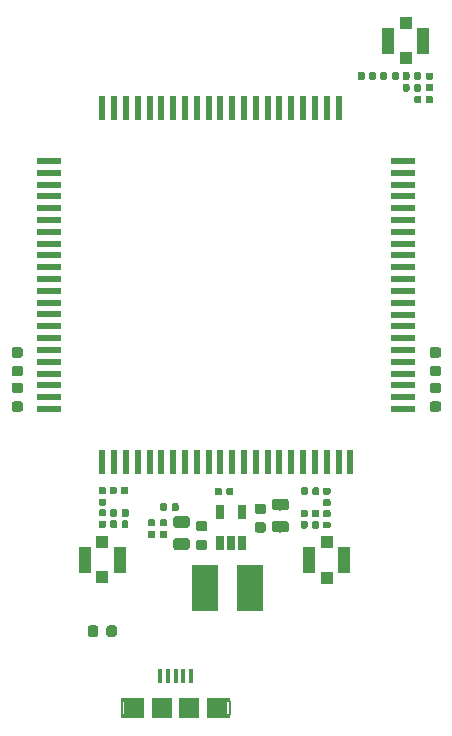
<source format=gtp>
G04 #@! TF.GenerationSoftware,KiCad,Pcbnew,(5.1.0-10-g6006703)*
G04 #@! TF.CreationDate,2019-04-13T18:37:01+08:00*
G04 #@! TF.ProjectId,cicada,63696361-6461-42e6-9b69-6361645f7063,0.1*
G04 #@! TF.SameCoordinates,PX7cee6c0PY3dfd240*
G04 #@! TF.FileFunction,Paste,Top*
G04 #@! TF.FilePolarity,Positive*
%FSLAX46Y46*%
G04 Gerber Fmt 4.6, Leading zero omitted, Abs format (unit mm)*
G04 Created by KiCad (PCBNEW (5.1.0-10-g6006703)) date 2019-04-13 18:37:01*
%MOMM*%
%LPD*%
G04 APERTURE LIST*
%ADD10R,1.998980X0.599440*%
%ADD11R,0.599440X1.998980*%
%ADD12C,0.150000*%
%ADD13C,0.590000*%
%ADD14R,1.050000X2.200000*%
%ADD15R,1.000000X1.000000*%
%ADD16R,0.300000X1.250000*%
%ADD17R,0.150000X1.300000*%
%ADD18R,1.750000X1.800000*%
%ADD19C,0.400000*%
%ADD20R,1.700000X1.800000*%
%ADD21C,0.875000*%
%ADD22R,0.650000X1.220000*%
%ADD23R,2.200000X3.900000*%
%ADD24C,0.975000*%
G04 APERTURE END LIST*
D10*
X14996100Y-27499260D03*
X14996100Y-28499260D03*
X14996100Y-29499260D03*
X14996100Y-30499260D03*
D11*
X-9500000Y-36000000D03*
X-8500000Y-36000000D03*
X-10500000Y-36000000D03*
D10*
X-15000000Y-31500000D03*
X14996100Y-10502340D03*
X14996100Y-11500560D03*
X14996100Y-12501320D03*
X14996100Y-13502080D03*
X14996100Y-14500300D03*
X14996100Y-15501060D03*
X14996100Y-16501820D03*
X14996100Y-17500040D03*
X14996100Y-18498260D03*
X14996100Y-19499020D03*
X14996100Y-20499780D03*
X14996100Y-21498000D03*
X14996100Y-22498760D03*
X14996100Y-23499520D03*
X14996100Y-24497740D03*
X14996100Y-25498500D03*
X14996100Y-26499260D03*
X14996100Y-31500000D03*
D11*
X10498540Y-35993500D03*
X9497780Y-35993500D03*
X8499560Y-35993500D03*
X7498800Y-35993500D03*
X6498040Y-35993500D03*
X5499820Y-35993500D03*
X4499060Y-35993500D03*
X3498300Y-35993500D03*
X2500080Y-35993500D03*
X1501860Y-35993500D03*
X501100Y-35993500D03*
X-499660Y-35993500D03*
X-1497880Y-35993500D03*
X-2498640Y-35993500D03*
X-3499400Y-35993500D03*
X-4497620Y-35993500D03*
X-5498380Y-35993500D03*
X-6499140Y-35993500D03*
X-7499900Y-35993500D03*
D10*
X-15000000Y-10500000D03*
X-15000000Y-11500000D03*
X-14998700Y-30498460D03*
X-14998700Y-29497700D03*
X-14998700Y-28499480D03*
X-14998700Y-27498720D03*
X-14998700Y-26497960D03*
X-14998700Y-25499740D03*
X-14998700Y-24498980D03*
X-14998700Y-23498220D03*
X-14998700Y-22500000D03*
X-14998700Y-21501780D03*
X-14998700Y-20501020D03*
X-14998700Y-19500260D03*
X-14998700Y-18502040D03*
X-14998700Y-17501280D03*
X-14998700Y-16500520D03*
X-14998700Y-15502300D03*
X-14998700Y-14501540D03*
X-14998700Y-13500780D03*
X-14998700Y-12500020D03*
D11*
X-10499980Y-6001300D03*
X-9499220Y-6001300D03*
X-8498460Y-6001300D03*
X-7497700Y-6001300D03*
X-6499480Y-6001300D03*
X-5498720Y-6001300D03*
X-4497960Y-6001300D03*
X-3499740Y-6001300D03*
X-2498980Y-6001300D03*
X-1498220Y-6001300D03*
X-500000Y-6001300D03*
X498220Y-6001300D03*
X1498980Y-6001300D03*
X2499740Y-6001300D03*
X3497960Y-6001300D03*
X4498720Y-6001300D03*
X5499480Y-6001300D03*
X6497700Y-6001300D03*
X7498460Y-6001300D03*
X8499220Y-6001300D03*
X9499980Y-6001300D03*
D12*
G36*
X8686958Y-38155710D02*
G01*
X8701276Y-38157834D01*
X8715317Y-38161351D01*
X8728946Y-38166228D01*
X8742031Y-38172417D01*
X8754447Y-38179858D01*
X8766073Y-38188481D01*
X8776798Y-38198202D01*
X8786519Y-38208927D01*
X8795142Y-38220553D01*
X8802583Y-38232969D01*
X8808772Y-38246054D01*
X8813649Y-38259683D01*
X8817166Y-38273724D01*
X8819290Y-38288042D01*
X8820000Y-38302500D01*
X8820000Y-38597500D01*
X8819290Y-38611958D01*
X8817166Y-38626276D01*
X8813649Y-38640317D01*
X8808772Y-38653946D01*
X8802583Y-38667031D01*
X8795142Y-38679447D01*
X8786519Y-38691073D01*
X8776798Y-38701798D01*
X8766073Y-38711519D01*
X8754447Y-38720142D01*
X8742031Y-38727583D01*
X8728946Y-38733772D01*
X8715317Y-38738649D01*
X8701276Y-38742166D01*
X8686958Y-38744290D01*
X8672500Y-38745000D01*
X8327500Y-38745000D01*
X8313042Y-38744290D01*
X8298724Y-38742166D01*
X8284683Y-38738649D01*
X8271054Y-38733772D01*
X8257969Y-38727583D01*
X8245553Y-38720142D01*
X8233927Y-38711519D01*
X8223202Y-38701798D01*
X8213481Y-38691073D01*
X8204858Y-38679447D01*
X8197417Y-38667031D01*
X8191228Y-38653946D01*
X8186351Y-38640317D01*
X8182834Y-38626276D01*
X8180710Y-38611958D01*
X8180000Y-38597500D01*
X8180000Y-38302500D01*
X8180710Y-38288042D01*
X8182834Y-38273724D01*
X8186351Y-38259683D01*
X8191228Y-38246054D01*
X8197417Y-38232969D01*
X8204858Y-38220553D01*
X8213481Y-38208927D01*
X8223202Y-38198202D01*
X8233927Y-38188481D01*
X8245553Y-38179858D01*
X8257969Y-38172417D01*
X8271054Y-38166228D01*
X8284683Y-38161351D01*
X8298724Y-38157834D01*
X8313042Y-38155710D01*
X8327500Y-38155000D01*
X8672500Y-38155000D01*
X8686958Y-38155710D01*
X8686958Y-38155710D01*
G37*
D13*
X8500000Y-38450000D03*
D12*
G36*
X8686958Y-39125710D02*
G01*
X8701276Y-39127834D01*
X8715317Y-39131351D01*
X8728946Y-39136228D01*
X8742031Y-39142417D01*
X8754447Y-39149858D01*
X8766073Y-39158481D01*
X8776798Y-39168202D01*
X8786519Y-39178927D01*
X8795142Y-39190553D01*
X8802583Y-39202969D01*
X8808772Y-39216054D01*
X8813649Y-39229683D01*
X8817166Y-39243724D01*
X8819290Y-39258042D01*
X8820000Y-39272500D01*
X8820000Y-39567500D01*
X8819290Y-39581958D01*
X8817166Y-39596276D01*
X8813649Y-39610317D01*
X8808772Y-39623946D01*
X8802583Y-39637031D01*
X8795142Y-39649447D01*
X8786519Y-39661073D01*
X8776798Y-39671798D01*
X8766073Y-39681519D01*
X8754447Y-39690142D01*
X8742031Y-39697583D01*
X8728946Y-39703772D01*
X8715317Y-39708649D01*
X8701276Y-39712166D01*
X8686958Y-39714290D01*
X8672500Y-39715000D01*
X8327500Y-39715000D01*
X8313042Y-39714290D01*
X8298724Y-39712166D01*
X8284683Y-39708649D01*
X8271054Y-39703772D01*
X8257969Y-39697583D01*
X8245553Y-39690142D01*
X8233927Y-39681519D01*
X8223202Y-39671798D01*
X8213481Y-39661073D01*
X8204858Y-39649447D01*
X8197417Y-39637031D01*
X8191228Y-39623946D01*
X8186351Y-39610317D01*
X8182834Y-39596276D01*
X8180710Y-39581958D01*
X8180000Y-39567500D01*
X8180000Y-39272500D01*
X8180710Y-39258042D01*
X8182834Y-39243724D01*
X8186351Y-39229683D01*
X8191228Y-39216054D01*
X8197417Y-39202969D01*
X8204858Y-39190553D01*
X8213481Y-39178927D01*
X8223202Y-39168202D01*
X8233927Y-39158481D01*
X8245553Y-39149858D01*
X8257969Y-39142417D01*
X8271054Y-39136228D01*
X8284683Y-39131351D01*
X8298724Y-39127834D01*
X8313042Y-39125710D01*
X8327500Y-39125000D01*
X8672500Y-39125000D01*
X8686958Y-39125710D01*
X8686958Y-39125710D01*
G37*
D13*
X8500000Y-39420000D03*
D14*
X13725000Y-300000D03*
X16675000Y-300000D03*
D15*
X15200000Y1200000D03*
X15200000Y-1800000D03*
D14*
X9975000Y-44300000D03*
X7025000Y-44300000D03*
D15*
X8500000Y-45800000D03*
X8500000Y-42800000D03*
D14*
X-9025000Y-44250000D03*
X-11975000Y-44250000D03*
D15*
X-10500000Y-45750000D03*
X-10500000Y-42750000D03*
D16*
X-3000000Y-54125000D03*
X-3650000Y-54125000D03*
X-4300000Y-54125000D03*
X-4950000Y-54125000D03*
X-5600000Y-54125000D03*
D17*
X275000Y-56800000D03*
X-8875000Y-56800000D03*
D18*
X-775000Y-56800000D03*
X-7825000Y-56800000D03*
D19*
X150000Y-57500000D03*
X150000Y-56100000D03*
X-8750000Y-57500000D03*
X-8750000Y-56100000D03*
D20*
X-3150000Y-56800000D03*
X-5450000Y-56800000D03*
D12*
G36*
X-17422309Y-26276053D02*
G01*
X-17401074Y-26279203D01*
X-17380250Y-26284419D01*
X-17360038Y-26291651D01*
X-17340632Y-26300830D01*
X-17322219Y-26311866D01*
X-17304976Y-26324654D01*
X-17289070Y-26339070D01*
X-17274654Y-26354976D01*
X-17261866Y-26372219D01*
X-17250830Y-26390632D01*
X-17241651Y-26410038D01*
X-17234419Y-26430250D01*
X-17229203Y-26451074D01*
X-17226053Y-26472309D01*
X-17225000Y-26493750D01*
X-17225000Y-26931250D01*
X-17226053Y-26952691D01*
X-17229203Y-26973926D01*
X-17234419Y-26994750D01*
X-17241651Y-27014962D01*
X-17250830Y-27034368D01*
X-17261866Y-27052781D01*
X-17274654Y-27070024D01*
X-17289070Y-27085930D01*
X-17304976Y-27100346D01*
X-17322219Y-27113134D01*
X-17340632Y-27124170D01*
X-17360038Y-27133349D01*
X-17380250Y-27140581D01*
X-17401074Y-27145797D01*
X-17422309Y-27148947D01*
X-17443750Y-27150000D01*
X-17956250Y-27150000D01*
X-17977691Y-27148947D01*
X-17998926Y-27145797D01*
X-18019750Y-27140581D01*
X-18039962Y-27133349D01*
X-18059368Y-27124170D01*
X-18077781Y-27113134D01*
X-18095024Y-27100346D01*
X-18110930Y-27085930D01*
X-18125346Y-27070024D01*
X-18138134Y-27052781D01*
X-18149170Y-27034368D01*
X-18158349Y-27014962D01*
X-18165581Y-26994750D01*
X-18170797Y-26973926D01*
X-18173947Y-26952691D01*
X-18175000Y-26931250D01*
X-18175000Y-26493750D01*
X-18173947Y-26472309D01*
X-18170797Y-26451074D01*
X-18165581Y-26430250D01*
X-18158349Y-26410038D01*
X-18149170Y-26390632D01*
X-18138134Y-26372219D01*
X-18125346Y-26354976D01*
X-18110930Y-26339070D01*
X-18095024Y-26324654D01*
X-18077781Y-26311866D01*
X-18059368Y-26300830D01*
X-18039962Y-26291651D01*
X-18019750Y-26284419D01*
X-17998926Y-26279203D01*
X-17977691Y-26276053D01*
X-17956250Y-26275000D01*
X-17443750Y-26275000D01*
X-17422309Y-26276053D01*
X-17422309Y-26276053D01*
G37*
D21*
X-17700000Y-26712500D03*
D12*
G36*
X-17422309Y-27851053D02*
G01*
X-17401074Y-27854203D01*
X-17380250Y-27859419D01*
X-17360038Y-27866651D01*
X-17340632Y-27875830D01*
X-17322219Y-27886866D01*
X-17304976Y-27899654D01*
X-17289070Y-27914070D01*
X-17274654Y-27929976D01*
X-17261866Y-27947219D01*
X-17250830Y-27965632D01*
X-17241651Y-27985038D01*
X-17234419Y-28005250D01*
X-17229203Y-28026074D01*
X-17226053Y-28047309D01*
X-17225000Y-28068750D01*
X-17225000Y-28506250D01*
X-17226053Y-28527691D01*
X-17229203Y-28548926D01*
X-17234419Y-28569750D01*
X-17241651Y-28589962D01*
X-17250830Y-28609368D01*
X-17261866Y-28627781D01*
X-17274654Y-28645024D01*
X-17289070Y-28660930D01*
X-17304976Y-28675346D01*
X-17322219Y-28688134D01*
X-17340632Y-28699170D01*
X-17360038Y-28708349D01*
X-17380250Y-28715581D01*
X-17401074Y-28720797D01*
X-17422309Y-28723947D01*
X-17443750Y-28725000D01*
X-17956250Y-28725000D01*
X-17977691Y-28723947D01*
X-17998926Y-28720797D01*
X-18019750Y-28715581D01*
X-18039962Y-28708349D01*
X-18059368Y-28699170D01*
X-18077781Y-28688134D01*
X-18095024Y-28675346D01*
X-18110930Y-28660930D01*
X-18125346Y-28645024D01*
X-18138134Y-28627781D01*
X-18149170Y-28609368D01*
X-18158349Y-28589962D01*
X-18165581Y-28569750D01*
X-18170797Y-28548926D01*
X-18173947Y-28527691D01*
X-18175000Y-28506250D01*
X-18175000Y-28068750D01*
X-18173947Y-28047309D01*
X-18170797Y-28026074D01*
X-18165581Y-28005250D01*
X-18158349Y-27985038D01*
X-18149170Y-27965632D01*
X-18138134Y-27947219D01*
X-18125346Y-27929976D01*
X-18110930Y-27914070D01*
X-18095024Y-27899654D01*
X-18077781Y-27886866D01*
X-18059368Y-27875830D01*
X-18039962Y-27866651D01*
X-18019750Y-27859419D01*
X-17998926Y-27854203D01*
X-17977691Y-27851053D01*
X-17956250Y-27850000D01*
X-17443750Y-27850000D01*
X-17422309Y-27851053D01*
X-17422309Y-27851053D01*
G37*
D21*
X-17700000Y-28287500D03*
D12*
G36*
X17977691Y-26276053D02*
G01*
X17998926Y-26279203D01*
X18019750Y-26284419D01*
X18039962Y-26291651D01*
X18059368Y-26300830D01*
X18077781Y-26311866D01*
X18095024Y-26324654D01*
X18110930Y-26339070D01*
X18125346Y-26354976D01*
X18138134Y-26372219D01*
X18149170Y-26390632D01*
X18158349Y-26410038D01*
X18165581Y-26430250D01*
X18170797Y-26451074D01*
X18173947Y-26472309D01*
X18175000Y-26493750D01*
X18175000Y-26931250D01*
X18173947Y-26952691D01*
X18170797Y-26973926D01*
X18165581Y-26994750D01*
X18158349Y-27014962D01*
X18149170Y-27034368D01*
X18138134Y-27052781D01*
X18125346Y-27070024D01*
X18110930Y-27085930D01*
X18095024Y-27100346D01*
X18077781Y-27113134D01*
X18059368Y-27124170D01*
X18039962Y-27133349D01*
X18019750Y-27140581D01*
X17998926Y-27145797D01*
X17977691Y-27148947D01*
X17956250Y-27150000D01*
X17443750Y-27150000D01*
X17422309Y-27148947D01*
X17401074Y-27145797D01*
X17380250Y-27140581D01*
X17360038Y-27133349D01*
X17340632Y-27124170D01*
X17322219Y-27113134D01*
X17304976Y-27100346D01*
X17289070Y-27085930D01*
X17274654Y-27070024D01*
X17261866Y-27052781D01*
X17250830Y-27034368D01*
X17241651Y-27014962D01*
X17234419Y-26994750D01*
X17229203Y-26973926D01*
X17226053Y-26952691D01*
X17225000Y-26931250D01*
X17225000Y-26493750D01*
X17226053Y-26472309D01*
X17229203Y-26451074D01*
X17234419Y-26430250D01*
X17241651Y-26410038D01*
X17250830Y-26390632D01*
X17261866Y-26372219D01*
X17274654Y-26354976D01*
X17289070Y-26339070D01*
X17304976Y-26324654D01*
X17322219Y-26311866D01*
X17340632Y-26300830D01*
X17360038Y-26291651D01*
X17380250Y-26284419D01*
X17401074Y-26279203D01*
X17422309Y-26276053D01*
X17443750Y-26275000D01*
X17956250Y-26275000D01*
X17977691Y-26276053D01*
X17977691Y-26276053D01*
G37*
D21*
X17700000Y-26712500D03*
D12*
G36*
X17977691Y-27851053D02*
G01*
X17998926Y-27854203D01*
X18019750Y-27859419D01*
X18039962Y-27866651D01*
X18059368Y-27875830D01*
X18077781Y-27886866D01*
X18095024Y-27899654D01*
X18110930Y-27914070D01*
X18125346Y-27929976D01*
X18138134Y-27947219D01*
X18149170Y-27965632D01*
X18158349Y-27985038D01*
X18165581Y-28005250D01*
X18170797Y-28026074D01*
X18173947Y-28047309D01*
X18175000Y-28068750D01*
X18175000Y-28506250D01*
X18173947Y-28527691D01*
X18170797Y-28548926D01*
X18165581Y-28569750D01*
X18158349Y-28589962D01*
X18149170Y-28609368D01*
X18138134Y-28627781D01*
X18125346Y-28645024D01*
X18110930Y-28660930D01*
X18095024Y-28675346D01*
X18077781Y-28688134D01*
X18059368Y-28699170D01*
X18039962Y-28708349D01*
X18019750Y-28715581D01*
X17998926Y-28720797D01*
X17977691Y-28723947D01*
X17956250Y-28725000D01*
X17443750Y-28725000D01*
X17422309Y-28723947D01*
X17401074Y-28720797D01*
X17380250Y-28715581D01*
X17360038Y-28708349D01*
X17340632Y-28699170D01*
X17322219Y-28688134D01*
X17304976Y-28675346D01*
X17289070Y-28660930D01*
X17274654Y-28645024D01*
X17261866Y-28627781D01*
X17250830Y-28609368D01*
X17241651Y-28589962D01*
X17234419Y-28569750D01*
X17229203Y-28548926D01*
X17226053Y-28527691D01*
X17225000Y-28506250D01*
X17225000Y-28068750D01*
X17226053Y-28047309D01*
X17229203Y-28026074D01*
X17234419Y-28005250D01*
X17241651Y-27985038D01*
X17250830Y-27965632D01*
X17261866Y-27947219D01*
X17274654Y-27929976D01*
X17289070Y-27914070D01*
X17304976Y-27899654D01*
X17322219Y-27886866D01*
X17340632Y-27875830D01*
X17360038Y-27866651D01*
X17380250Y-27859419D01*
X17401074Y-27854203D01*
X17422309Y-27851053D01*
X17443750Y-27850000D01*
X17956250Y-27850000D01*
X17977691Y-27851053D01*
X17977691Y-27851053D01*
G37*
D21*
X17700000Y-28287500D03*
D12*
G36*
X-5147306Y-39480710D02*
G01*
X-5132988Y-39482834D01*
X-5118947Y-39486351D01*
X-5105318Y-39491228D01*
X-5092233Y-39497417D01*
X-5079817Y-39504858D01*
X-5068191Y-39513481D01*
X-5057466Y-39523202D01*
X-5047745Y-39533927D01*
X-5039122Y-39545553D01*
X-5031681Y-39557969D01*
X-5025492Y-39571054D01*
X-5020615Y-39584683D01*
X-5017098Y-39598724D01*
X-5014974Y-39613042D01*
X-5014264Y-39627500D01*
X-5014264Y-39972500D01*
X-5014974Y-39986958D01*
X-5017098Y-40001276D01*
X-5020615Y-40015317D01*
X-5025492Y-40028946D01*
X-5031681Y-40042031D01*
X-5039122Y-40054447D01*
X-5047745Y-40066073D01*
X-5057466Y-40076798D01*
X-5068191Y-40086519D01*
X-5079817Y-40095142D01*
X-5092233Y-40102583D01*
X-5105318Y-40108772D01*
X-5118947Y-40113649D01*
X-5132988Y-40117166D01*
X-5147306Y-40119290D01*
X-5161764Y-40120000D01*
X-5456764Y-40120000D01*
X-5471222Y-40119290D01*
X-5485540Y-40117166D01*
X-5499581Y-40113649D01*
X-5513210Y-40108772D01*
X-5526295Y-40102583D01*
X-5538711Y-40095142D01*
X-5550337Y-40086519D01*
X-5561062Y-40076798D01*
X-5570783Y-40066073D01*
X-5579406Y-40054447D01*
X-5586847Y-40042031D01*
X-5593036Y-40028946D01*
X-5597913Y-40015317D01*
X-5601430Y-40001276D01*
X-5603554Y-39986958D01*
X-5604264Y-39972500D01*
X-5604264Y-39627500D01*
X-5603554Y-39613042D01*
X-5601430Y-39598724D01*
X-5597913Y-39584683D01*
X-5593036Y-39571054D01*
X-5586847Y-39557969D01*
X-5579406Y-39545553D01*
X-5570783Y-39533927D01*
X-5561062Y-39523202D01*
X-5550337Y-39513481D01*
X-5538711Y-39504858D01*
X-5526295Y-39497417D01*
X-5513210Y-39491228D01*
X-5499581Y-39486351D01*
X-5485540Y-39482834D01*
X-5471222Y-39480710D01*
X-5456764Y-39480000D01*
X-5161764Y-39480000D01*
X-5147306Y-39480710D01*
X-5147306Y-39480710D01*
G37*
D13*
X-5309264Y-39800000D03*
D12*
G36*
X-4177306Y-39480710D02*
G01*
X-4162988Y-39482834D01*
X-4148947Y-39486351D01*
X-4135318Y-39491228D01*
X-4122233Y-39497417D01*
X-4109817Y-39504858D01*
X-4098191Y-39513481D01*
X-4087466Y-39523202D01*
X-4077745Y-39533927D01*
X-4069122Y-39545553D01*
X-4061681Y-39557969D01*
X-4055492Y-39571054D01*
X-4050615Y-39584683D01*
X-4047098Y-39598724D01*
X-4044974Y-39613042D01*
X-4044264Y-39627500D01*
X-4044264Y-39972500D01*
X-4044974Y-39986958D01*
X-4047098Y-40001276D01*
X-4050615Y-40015317D01*
X-4055492Y-40028946D01*
X-4061681Y-40042031D01*
X-4069122Y-40054447D01*
X-4077745Y-40066073D01*
X-4087466Y-40076798D01*
X-4098191Y-40086519D01*
X-4109817Y-40095142D01*
X-4122233Y-40102583D01*
X-4135318Y-40108772D01*
X-4148947Y-40113649D01*
X-4162988Y-40117166D01*
X-4177306Y-40119290D01*
X-4191764Y-40120000D01*
X-4486764Y-40120000D01*
X-4501222Y-40119290D01*
X-4515540Y-40117166D01*
X-4529581Y-40113649D01*
X-4543210Y-40108772D01*
X-4556295Y-40102583D01*
X-4568711Y-40095142D01*
X-4580337Y-40086519D01*
X-4591062Y-40076798D01*
X-4600783Y-40066073D01*
X-4609406Y-40054447D01*
X-4616847Y-40042031D01*
X-4623036Y-40028946D01*
X-4627913Y-40015317D01*
X-4631430Y-40001276D01*
X-4633554Y-39986958D01*
X-4634264Y-39972500D01*
X-4634264Y-39627500D01*
X-4633554Y-39613042D01*
X-4631430Y-39598724D01*
X-4627913Y-39584683D01*
X-4623036Y-39571054D01*
X-4616847Y-39557969D01*
X-4609406Y-39545553D01*
X-4600783Y-39533927D01*
X-4591062Y-39523202D01*
X-4580337Y-39513481D01*
X-4568711Y-39504858D01*
X-4556295Y-39497417D01*
X-4543210Y-39491228D01*
X-4529581Y-39486351D01*
X-4515540Y-39482834D01*
X-4501222Y-39480710D01*
X-4486764Y-39480000D01*
X-4191764Y-39480000D01*
X-4177306Y-39480710D01*
X-4177306Y-39480710D01*
G37*
D13*
X-4339264Y-39800000D03*
D12*
G36*
X461958Y-38180710D02*
G01*
X476276Y-38182834D01*
X490317Y-38186351D01*
X503946Y-38191228D01*
X517031Y-38197417D01*
X529447Y-38204858D01*
X541073Y-38213481D01*
X551798Y-38223202D01*
X561519Y-38233927D01*
X570142Y-38245553D01*
X577583Y-38257969D01*
X583772Y-38271054D01*
X588649Y-38284683D01*
X592166Y-38298724D01*
X594290Y-38313042D01*
X595000Y-38327500D01*
X595000Y-38672500D01*
X594290Y-38686958D01*
X592166Y-38701276D01*
X588649Y-38715317D01*
X583772Y-38728946D01*
X577583Y-38742031D01*
X570142Y-38754447D01*
X561519Y-38766073D01*
X551798Y-38776798D01*
X541073Y-38786519D01*
X529447Y-38795142D01*
X517031Y-38802583D01*
X503946Y-38808772D01*
X490317Y-38813649D01*
X476276Y-38817166D01*
X461958Y-38819290D01*
X447500Y-38820000D01*
X152500Y-38820000D01*
X138042Y-38819290D01*
X123724Y-38817166D01*
X109683Y-38813649D01*
X96054Y-38808772D01*
X82969Y-38802583D01*
X70553Y-38795142D01*
X58927Y-38786519D01*
X48202Y-38776798D01*
X38481Y-38766073D01*
X29858Y-38754447D01*
X22417Y-38742031D01*
X16228Y-38728946D01*
X11351Y-38715317D01*
X7834Y-38701276D01*
X5710Y-38686958D01*
X5000Y-38672500D01*
X5000Y-38327500D01*
X5710Y-38313042D01*
X7834Y-38298724D01*
X11351Y-38284683D01*
X16228Y-38271054D01*
X22417Y-38257969D01*
X29858Y-38245553D01*
X38481Y-38233927D01*
X48202Y-38223202D01*
X58927Y-38213481D01*
X70553Y-38204858D01*
X82969Y-38197417D01*
X96054Y-38191228D01*
X109683Y-38186351D01*
X123724Y-38182834D01*
X138042Y-38180710D01*
X152500Y-38180000D01*
X447500Y-38180000D01*
X461958Y-38180710D01*
X461958Y-38180710D01*
G37*
D13*
X300000Y-38500000D03*
D12*
G36*
X-508042Y-38180710D02*
G01*
X-493724Y-38182834D01*
X-479683Y-38186351D01*
X-466054Y-38191228D01*
X-452969Y-38197417D01*
X-440553Y-38204858D01*
X-428927Y-38213481D01*
X-418202Y-38223202D01*
X-408481Y-38233927D01*
X-399858Y-38245553D01*
X-392417Y-38257969D01*
X-386228Y-38271054D01*
X-381351Y-38284683D01*
X-377834Y-38298724D01*
X-375710Y-38313042D01*
X-375000Y-38327500D01*
X-375000Y-38672500D01*
X-375710Y-38686958D01*
X-377834Y-38701276D01*
X-381351Y-38715317D01*
X-386228Y-38728946D01*
X-392417Y-38742031D01*
X-399858Y-38754447D01*
X-408481Y-38766073D01*
X-418202Y-38776798D01*
X-428927Y-38786519D01*
X-440553Y-38795142D01*
X-452969Y-38802583D01*
X-466054Y-38808772D01*
X-479683Y-38813649D01*
X-493724Y-38817166D01*
X-508042Y-38819290D01*
X-522500Y-38820000D01*
X-817500Y-38820000D01*
X-831958Y-38819290D01*
X-846276Y-38817166D01*
X-860317Y-38813649D01*
X-873946Y-38808772D01*
X-887031Y-38802583D01*
X-899447Y-38795142D01*
X-911073Y-38786519D01*
X-921798Y-38776798D01*
X-931519Y-38766073D01*
X-940142Y-38754447D01*
X-947583Y-38742031D01*
X-953772Y-38728946D01*
X-958649Y-38715317D01*
X-962166Y-38701276D01*
X-964290Y-38686958D01*
X-965000Y-38672500D01*
X-965000Y-38327500D01*
X-964290Y-38313042D01*
X-962166Y-38298724D01*
X-958649Y-38284683D01*
X-953772Y-38271054D01*
X-947583Y-38257969D01*
X-940142Y-38245553D01*
X-931519Y-38233927D01*
X-921798Y-38223202D01*
X-911073Y-38213481D01*
X-899447Y-38204858D01*
X-887031Y-38197417D01*
X-873946Y-38191228D01*
X-860317Y-38186351D01*
X-846276Y-38182834D01*
X-831958Y-38180710D01*
X-817500Y-38180000D01*
X-522500Y-38180000D01*
X-508042Y-38180710D01*
X-508042Y-38180710D01*
G37*
D13*
X-670000Y-38500000D03*
D12*
G36*
X-5137306Y-41817919D02*
G01*
X-5122988Y-41820043D01*
X-5108947Y-41823560D01*
X-5095318Y-41828437D01*
X-5082233Y-41834626D01*
X-5069817Y-41842067D01*
X-5058191Y-41850690D01*
X-5047466Y-41860411D01*
X-5037745Y-41871136D01*
X-5029122Y-41882762D01*
X-5021681Y-41895178D01*
X-5015492Y-41908263D01*
X-5010615Y-41921892D01*
X-5007098Y-41935933D01*
X-5004974Y-41950251D01*
X-5004264Y-41964709D01*
X-5004264Y-42259709D01*
X-5004974Y-42274167D01*
X-5007098Y-42288485D01*
X-5010615Y-42302526D01*
X-5015492Y-42316155D01*
X-5021681Y-42329240D01*
X-5029122Y-42341656D01*
X-5037745Y-42353282D01*
X-5047466Y-42364007D01*
X-5058191Y-42373728D01*
X-5069817Y-42382351D01*
X-5082233Y-42389792D01*
X-5095318Y-42395981D01*
X-5108947Y-42400858D01*
X-5122988Y-42404375D01*
X-5137306Y-42406499D01*
X-5151764Y-42407209D01*
X-5496764Y-42407209D01*
X-5511222Y-42406499D01*
X-5525540Y-42404375D01*
X-5539581Y-42400858D01*
X-5553210Y-42395981D01*
X-5566295Y-42389792D01*
X-5578711Y-42382351D01*
X-5590337Y-42373728D01*
X-5601062Y-42364007D01*
X-5610783Y-42353282D01*
X-5619406Y-42341656D01*
X-5626847Y-42329240D01*
X-5633036Y-42316155D01*
X-5637913Y-42302526D01*
X-5641430Y-42288485D01*
X-5643554Y-42274167D01*
X-5644264Y-42259709D01*
X-5644264Y-41964709D01*
X-5643554Y-41950251D01*
X-5641430Y-41935933D01*
X-5637913Y-41921892D01*
X-5633036Y-41908263D01*
X-5626847Y-41895178D01*
X-5619406Y-41882762D01*
X-5610783Y-41871136D01*
X-5601062Y-41860411D01*
X-5590337Y-41850690D01*
X-5578711Y-41842067D01*
X-5566295Y-41834626D01*
X-5553210Y-41828437D01*
X-5539581Y-41823560D01*
X-5525540Y-41820043D01*
X-5511222Y-41817919D01*
X-5496764Y-41817209D01*
X-5151764Y-41817209D01*
X-5137306Y-41817919D01*
X-5137306Y-41817919D01*
G37*
D13*
X-5324264Y-42112209D03*
D12*
G36*
X-5137306Y-40847919D02*
G01*
X-5122988Y-40850043D01*
X-5108947Y-40853560D01*
X-5095318Y-40858437D01*
X-5082233Y-40864626D01*
X-5069817Y-40872067D01*
X-5058191Y-40880690D01*
X-5047466Y-40890411D01*
X-5037745Y-40901136D01*
X-5029122Y-40912762D01*
X-5021681Y-40925178D01*
X-5015492Y-40938263D01*
X-5010615Y-40951892D01*
X-5007098Y-40965933D01*
X-5004974Y-40980251D01*
X-5004264Y-40994709D01*
X-5004264Y-41289709D01*
X-5004974Y-41304167D01*
X-5007098Y-41318485D01*
X-5010615Y-41332526D01*
X-5015492Y-41346155D01*
X-5021681Y-41359240D01*
X-5029122Y-41371656D01*
X-5037745Y-41383282D01*
X-5047466Y-41394007D01*
X-5058191Y-41403728D01*
X-5069817Y-41412351D01*
X-5082233Y-41419792D01*
X-5095318Y-41425981D01*
X-5108947Y-41430858D01*
X-5122988Y-41434375D01*
X-5137306Y-41436499D01*
X-5151764Y-41437209D01*
X-5496764Y-41437209D01*
X-5511222Y-41436499D01*
X-5525540Y-41434375D01*
X-5539581Y-41430858D01*
X-5553210Y-41425981D01*
X-5566295Y-41419792D01*
X-5578711Y-41412351D01*
X-5590337Y-41403728D01*
X-5601062Y-41394007D01*
X-5610783Y-41383282D01*
X-5619406Y-41371656D01*
X-5626847Y-41359240D01*
X-5633036Y-41346155D01*
X-5637913Y-41332526D01*
X-5641430Y-41318485D01*
X-5643554Y-41304167D01*
X-5644264Y-41289709D01*
X-5644264Y-40994709D01*
X-5643554Y-40980251D01*
X-5641430Y-40965933D01*
X-5637913Y-40951892D01*
X-5633036Y-40938263D01*
X-5626847Y-40925178D01*
X-5619406Y-40912762D01*
X-5610783Y-40901136D01*
X-5601062Y-40890411D01*
X-5590337Y-40880690D01*
X-5578711Y-40872067D01*
X-5566295Y-40864626D01*
X-5553210Y-40858437D01*
X-5539581Y-40853560D01*
X-5525540Y-40850043D01*
X-5511222Y-40847919D01*
X-5496764Y-40847209D01*
X-5151764Y-40847209D01*
X-5137306Y-40847919D01*
X-5137306Y-40847919D01*
G37*
D13*
X-5324264Y-41142209D03*
D12*
G36*
X11576958Y-2980710D02*
G01*
X11591276Y-2982834D01*
X11605317Y-2986351D01*
X11618946Y-2991228D01*
X11632031Y-2997417D01*
X11644447Y-3004858D01*
X11656073Y-3013481D01*
X11666798Y-3023202D01*
X11676519Y-3033927D01*
X11685142Y-3045553D01*
X11692583Y-3057969D01*
X11698772Y-3071054D01*
X11703649Y-3084683D01*
X11707166Y-3098724D01*
X11709290Y-3113042D01*
X11710000Y-3127500D01*
X11710000Y-3472500D01*
X11709290Y-3486958D01*
X11707166Y-3501276D01*
X11703649Y-3515317D01*
X11698772Y-3528946D01*
X11692583Y-3542031D01*
X11685142Y-3554447D01*
X11676519Y-3566073D01*
X11666798Y-3576798D01*
X11656073Y-3586519D01*
X11644447Y-3595142D01*
X11632031Y-3602583D01*
X11618946Y-3608772D01*
X11605317Y-3613649D01*
X11591276Y-3617166D01*
X11576958Y-3619290D01*
X11562500Y-3620000D01*
X11267500Y-3620000D01*
X11253042Y-3619290D01*
X11238724Y-3617166D01*
X11224683Y-3613649D01*
X11211054Y-3608772D01*
X11197969Y-3602583D01*
X11185553Y-3595142D01*
X11173927Y-3586519D01*
X11163202Y-3576798D01*
X11153481Y-3566073D01*
X11144858Y-3554447D01*
X11137417Y-3542031D01*
X11131228Y-3528946D01*
X11126351Y-3515317D01*
X11122834Y-3501276D01*
X11120710Y-3486958D01*
X11120000Y-3472500D01*
X11120000Y-3127500D01*
X11120710Y-3113042D01*
X11122834Y-3098724D01*
X11126351Y-3084683D01*
X11131228Y-3071054D01*
X11137417Y-3057969D01*
X11144858Y-3045553D01*
X11153481Y-3033927D01*
X11163202Y-3023202D01*
X11173927Y-3013481D01*
X11185553Y-3004858D01*
X11197969Y-2997417D01*
X11211054Y-2991228D01*
X11224683Y-2986351D01*
X11238724Y-2982834D01*
X11253042Y-2980710D01*
X11267500Y-2980000D01*
X11562500Y-2980000D01*
X11576958Y-2980710D01*
X11576958Y-2980710D01*
G37*
D13*
X11415000Y-3300000D03*
D12*
G36*
X12546958Y-2980710D02*
G01*
X12561276Y-2982834D01*
X12575317Y-2986351D01*
X12588946Y-2991228D01*
X12602031Y-2997417D01*
X12614447Y-3004858D01*
X12626073Y-3013481D01*
X12636798Y-3023202D01*
X12646519Y-3033927D01*
X12655142Y-3045553D01*
X12662583Y-3057969D01*
X12668772Y-3071054D01*
X12673649Y-3084683D01*
X12677166Y-3098724D01*
X12679290Y-3113042D01*
X12680000Y-3127500D01*
X12680000Y-3472500D01*
X12679290Y-3486958D01*
X12677166Y-3501276D01*
X12673649Y-3515317D01*
X12668772Y-3528946D01*
X12662583Y-3542031D01*
X12655142Y-3554447D01*
X12646519Y-3566073D01*
X12636798Y-3576798D01*
X12626073Y-3586519D01*
X12614447Y-3595142D01*
X12602031Y-3602583D01*
X12588946Y-3608772D01*
X12575317Y-3613649D01*
X12561276Y-3617166D01*
X12546958Y-3619290D01*
X12532500Y-3620000D01*
X12237500Y-3620000D01*
X12223042Y-3619290D01*
X12208724Y-3617166D01*
X12194683Y-3613649D01*
X12181054Y-3608772D01*
X12167969Y-3602583D01*
X12155553Y-3595142D01*
X12143927Y-3586519D01*
X12133202Y-3576798D01*
X12123481Y-3566073D01*
X12114858Y-3554447D01*
X12107417Y-3542031D01*
X12101228Y-3528946D01*
X12096351Y-3515317D01*
X12092834Y-3501276D01*
X12090710Y-3486958D01*
X12090000Y-3472500D01*
X12090000Y-3127500D01*
X12090710Y-3113042D01*
X12092834Y-3098724D01*
X12096351Y-3084683D01*
X12101228Y-3071054D01*
X12107417Y-3057969D01*
X12114858Y-3045553D01*
X12123481Y-3033927D01*
X12133202Y-3023202D01*
X12143927Y-3013481D01*
X12155553Y-3004858D01*
X12167969Y-2997417D01*
X12181054Y-2991228D01*
X12194683Y-2986351D01*
X12208724Y-2982834D01*
X12223042Y-2980710D01*
X12237500Y-2980000D01*
X12532500Y-2980000D01*
X12546958Y-2980710D01*
X12546958Y-2980710D01*
G37*
D13*
X12385000Y-3300000D03*
D22*
X-574265Y-40217209D03*
X1325735Y-40217209D03*
X1325735Y-42837209D03*
X375735Y-42837209D03*
X-574265Y-42837209D03*
D12*
G36*
X8686958Y-40055710D02*
G01*
X8701276Y-40057834D01*
X8715317Y-40061351D01*
X8728946Y-40066228D01*
X8742031Y-40072417D01*
X8754447Y-40079858D01*
X8766073Y-40088481D01*
X8776798Y-40098202D01*
X8786519Y-40108927D01*
X8795142Y-40120553D01*
X8802583Y-40132969D01*
X8808772Y-40146054D01*
X8813649Y-40159683D01*
X8817166Y-40173724D01*
X8819290Y-40188042D01*
X8820000Y-40202500D01*
X8820000Y-40497500D01*
X8819290Y-40511958D01*
X8817166Y-40526276D01*
X8813649Y-40540317D01*
X8808772Y-40553946D01*
X8802583Y-40567031D01*
X8795142Y-40579447D01*
X8786519Y-40591073D01*
X8776798Y-40601798D01*
X8766073Y-40611519D01*
X8754447Y-40620142D01*
X8742031Y-40627583D01*
X8728946Y-40633772D01*
X8715317Y-40638649D01*
X8701276Y-40642166D01*
X8686958Y-40644290D01*
X8672500Y-40645000D01*
X8327500Y-40645000D01*
X8313042Y-40644290D01*
X8298724Y-40642166D01*
X8284683Y-40638649D01*
X8271054Y-40633772D01*
X8257969Y-40627583D01*
X8245553Y-40620142D01*
X8233927Y-40611519D01*
X8223202Y-40601798D01*
X8213481Y-40591073D01*
X8204858Y-40579447D01*
X8197417Y-40567031D01*
X8191228Y-40553946D01*
X8186351Y-40540317D01*
X8182834Y-40526276D01*
X8180710Y-40511958D01*
X8180000Y-40497500D01*
X8180000Y-40202500D01*
X8180710Y-40188042D01*
X8182834Y-40173724D01*
X8186351Y-40159683D01*
X8191228Y-40146054D01*
X8197417Y-40132969D01*
X8204858Y-40120553D01*
X8213481Y-40108927D01*
X8223202Y-40098202D01*
X8233927Y-40088481D01*
X8245553Y-40079858D01*
X8257969Y-40072417D01*
X8271054Y-40066228D01*
X8284683Y-40061351D01*
X8298724Y-40057834D01*
X8313042Y-40055710D01*
X8327500Y-40055000D01*
X8672500Y-40055000D01*
X8686958Y-40055710D01*
X8686958Y-40055710D01*
G37*
D13*
X8500000Y-40350000D03*
D12*
G36*
X8686958Y-41025710D02*
G01*
X8701276Y-41027834D01*
X8715317Y-41031351D01*
X8728946Y-41036228D01*
X8742031Y-41042417D01*
X8754447Y-41049858D01*
X8766073Y-41058481D01*
X8776798Y-41068202D01*
X8786519Y-41078927D01*
X8795142Y-41090553D01*
X8802583Y-41102969D01*
X8808772Y-41116054D01*
X8813649Y-41129683D01*
X8817166Y-41143724D01*
X8819290Y-41158042D01*
X8820000Y-41172500D01*
X8820000Y-41467500D01*
X8819290Y-41481958D01*
X8817166Y-41496276D01*
X8813649Y-41510317D01*
X8808772Y-41523946D01*
X8802583Y-41537031D01*
X8795142Y-41549447D01*
X8786519Y-41561073D01*
X8776798Y-41571798D01*
X8766073Y-41581519D01*
X8754447Y-41590142D01*
X8742031Y-41597583D01*
X8728946Y-41603772D01*
X8715317Y-41608649D01*
X8701276Y-41612166D01*
X8686958Y-41614290D01*
X8672500Y-41615000D01*
X8327500Y-41615000D01*
X8313042Y-41614290D01*
X8298724Y-41612166D01*
X8284683Y-41608649D01*
X8271054Y-41603772D01*
X8257969Y-41597583D01*
X8245553Y-41590142D01*
X8233927Y-41581519D01*
X8223202Y-41571798D01*
X8213481Y-41561073D01*
X8204858Y-41549447D01*
X8197417Y-41537031D01*
X8191228Y-41523946D01*
X8186351Y-41510317D01*
X8182834Y-41496276D01*
X8180710Y-41481958D01*
X8180000Y-41467500D01*
X8180000Y-41172500D01*
X8180710Y-41158042D01*
X8182834Y-41143724D01*
X8186351Y-41129683D01*
X8191228Y-41116054D01*
X8197417Y-41102969D01*
X8204858Y-41090553D01*
X8213481Y-41078927D01*
X8223202Y-41068202D01*
X8233927Y-41058481D01*
X8245553Y-41049858D01*
X8257969Y-41042417D01*
X8271054Y-41036228D01*
X8284683Y-41031351D01*
X8298724Y-41027834D01*
X8313042Y-41025710D01*
X8327500Y-41025000D01*
X8672500Y-41025000D01*
X8686958Y-41025710D01*
X8686958Y-41025710D01*
G37*
D13*
X8500000Y-41320000D03*
D12*
G36*
X-10313042Y-40005710D02*
G01*
X-10298724Y-40007834D01*
X-10284683Y-40011351D01*
X-10271054Y-40016228D01*
X-10257969Y-40022417D01*
X-10245553Y-40029858D01*
X-10233927Y-40038481D01*
X-10223202Y-40048202D01*
X-10213481Y-40058927D01*
X-10204858Y-40070553D01*
X-10197417Y-40082969D01*
X-10191228Y-40096054D01*
X-10186351Y-40109683D01*
X-10182834Y-40123724D01*
X-10180710Y-40138042D01*
X-10180000Y-40152500D01*
X-10180000Y-40447500D01*
X-10180710Y-40461958D01*
X-10182834Y-40476276D01*
X-10186351Y-40490317D01*
X-10191228Y-40503946D01*
X-10197417Y-40517031D01*
X-10204858Y-40529447D01*
X-10213481Y-40541073D01*
X-10223202Y-40551798D01*
X-10233927Y-40561519D01*
X-10245553Y-40570142D01*
X-10257969Y-40577583D01*
X-10271054Y-40583772D01*
X-10284683Y-40588649D01*
X-10298724Y-40592166D01*
X-10313042Y-40594290D01*
X-10327500Y-40595000D01*
X-10672500Y-40595000D01*
X-10686958Y-40594290D01*
X-10701276Y-40592166D01*
X-10715317Y-40588649D01*
X-10728946Y-40583772D01*
X-10742031Y-40577583D01*
X-10754447Y-40570142D01*
X-10766073Y-40561519D01*
X-10776798Y-40551798D01*
X-10786519Y-40541073D01*
X-10795142Y-40529447D01*
X-10802583Y-40517031D01*
X-10808772Y-40503946D01*
X-10813649Y-40490317D01*
X-10817166Y-40476276D01*
X-10819290Y-40461958D01*
X-10820000Y-40447500D01*
X-10820000Y-40152500D01*
X-10819290Y-40138042D01*
X-10817166Y-40123724D01*
X-10813649Y-40109683D01*
X-10808772Y-40096054D01*
X-10802583Y-40082969D01*
X-10795142Y-40070553D01*
X-10786519Y-40058927D01*
X-10776798Y-40048202D01*
X-10766073Y-40038481D01*
X-10754447Y-40029858D01*
X-10742031Y-40022417D01*
X-10728946Y-40016228D01*
X-10715317Y-40011351D01*
X-10701276Y-40007834D01*
X-10686958Y-40005710D01*
X-10672500Y-40005000D01*
X-10327500Y-40005000D01*
X-10313042Y-40005710D01*
X-10313042Y-40005710D01*
G37*
D13*
X-10500000Y-40300000D03*
D12*
G36*
X-10313042Y-40975710D02*
G01*
X-10298724Y-40977834D01*
X-10284683Y-40981351D01*
X-10271054Y-40986228D01*
X-10257969Y-40992417D01*
X-10245553Y-40999858D01*
X-10233927Y-41008481D01*
X-10223202Y-41018202D01*
X-10213481Y-41028927D01*
X-10204858Y-41040553D01*
X-10197417Y-41052969D01*
X-10191228Y-41066054D01*
X-10186351Y-41079683D01*
X-10182834Y-41093724D01*
X-10180710Y-41108042D01*
X-10180000Y-41122500D01*
X-10180000Y-41417500D01*
X-10180710Y-41431958D01*
X-10182834Y-41446276D01*
X-10186351Y-41460317D01*
X-10191228Y-41473946D01*
X-10197417Y-41487031D01*
X-10204858Y-41499447D01*
X-10213481Y-41511073D01*
X-10223202Y-41521798D01*
X-10233927Y-41531519D01*
X-10245553Y-41540142D01*
X-10257969Y-41547583D01*
X-10271054Y-41553772D01*
X-10284683Y-41558649D01*
X-10298724Y-41562166D01*
X-10313042Y-41564290D01*
X-10327500Y-41565000D01*
X-10672500Y-41565000D01*
X-10686958Y-41564290D01*
X-10701276Y-41562166D01*
X-10715317Y-41558649D01*
X-10728946Y-41553772D01*
X-10742031Y-41547583D01*
X-10754447Y-41540142D01*
X-10766073Y-41531519D01*
X-10776798Y-41521798D01*
X-10786519Y-41511073D01*
X-10795142Y-41499447D01*
X-10802583Y-41487031D01*
X-10808772Y-41473946D01*
X-10813649Y-41460317D01*
X-10817166Y-41446276D01*
X-10819290Y-41431958D01*
X-10820000Y-41417500D01*
X-10820000Y-41122500D01*
X-10819290Y-41108042D01*
X-10817166Y-41093724D01*
X-10813649Y-41079683D01*
X-10808772Y-41066054D01*
X-10802583Y-41052969D01*
X-10795142Y-41040553D01*
X-10786519Y-41028927D01*
X-10776798Y-41018202D01*
X-10766073Y-41008481D01*
X-10754447Y-40999858D01*
X-10742031Y-40992417D01*
X-10728946Y-40986228D01*
X-10715317Y-40981351D01*
X-10701276Y-40977834D01*
X-10686958Y-40975710D01*
X-10672500Y-40975000D01*
X-10327500Y-40975000D01*
X-10313042Y-40975710D01*
X-10313042Y-40975710D01*
G37*
D13*
X-10500000Y-41270000D03*
D12*
G36*
X-10313042Y-38120710D02*
G01*
X-10298724Y-38122834D01*
X-10284683Y-38126351D01*
X-10271054Y-38131228D01*
X-10257969Y-38137417D01*
X-10245553Y-38144858D01*
X-10233927Y-38153481D01*
X-10223202Y-38163202D01*
X-10213481Y-38173927D01*
X-10204858Y-38185553D01*
X-10197417Y-38197969D01*
X-10191228Y-38211054D01*
X-10186351Y-38224683D01*
X-10182834Y-38238724D01*
X-10180710Y-38253042D01*
X-10180000Y-38267500D01*
X-10180000Y-38562500D01*
X-10180710Y-38576958D01*
X-10182834Y-38591276D01*
X-10186351Y-38605317D01*
X-10191228Y-38618946D01*
X-10197417Y-38632031D01*
X-10204858Y-38644447D01*
X-10213481Y-38656073D01*
X-10223202Y-38666798D01*
X-10233927Y-38676519D01*
X-10245553Y-38685142D01*
X-10257969Y-38692583D01*
X-10271054Y-38698772D01*
X-10284683Y-38703649D01*
X-10298724Y-38707166D01*
X-10313042Y-38709290D01*
X-10327500Y-38710000D01*
X-10672500Y-38710000D01*
X-10686958Y-38709290D01*
X-10701276Y-38707166D01*
X-10715317Y-38703649D01*
X-10728946Y-38698772D01*
X-10742031Y-38692583D01*
X-10754447Y-38685142D01*
X-10766073Y-38676519D01*
X-10776798Y-38666798D01*
X-10786519Y-38656073D01*
X-10795142Y-38644447D01*
X-10802583Y-38632031D01*
X-10808772Y-38618946D01*
X-10813649Y-38605317D01*
X-10817166Y-38591276D01*
X-10819290Y-38576958D01*
X-10820000Y-38562500D01*
X-10820000Y-38267500D01*
X-10819290Y-38253042D01*
X-10817166Y-38238724D01*
X-10813649Y-38224683D01*
X-10808772Y-38211054D01*
X-10802583Y-38197969D01*
X-10795142Y-38185553D01*
X-10786519Y-38173927D01*
X-10776798Y-38163202D01*
X-10766073Y-38153481D01*
X-10754447Y-38144858D01*
X-10742031Y-38137417D01*
X-10728946Y-38131228D01*
X-10715317Y-38126351D01*
X-10701276Y-38122834D01*
X-10686958Y-38120710D01*
X-10672500Y-38120000D01*
X-10327500Y-38120000D01*
X-10313042Y-38120710D01*
X-10313042Y-38120710D01*
G37*
D13*
X-10500000Y-38415000D03*
D12*
G36*
X-10313042Y-39090710D02*
G01*
X-10298724Y-39092834D01*
X-10284683Y-39096351D01*
X-10271054Y-39101228D01*
X-10257969Y-39107417D01*
X-10245553Y-39114858D01*
X-10233927Y-39123481D01*
X-10223202Y-39133202D01*
X-10213481Y-39143927D01*
X-10204858Y-39155553D01*
X-10197417Y-39167969D01*
X-10191228Y-39181054D01*
X-10186351Y-39194683D01*
X-10182834Y-39208724D01*
X-10180710Y-39223042D01*
X-10180000Y-39237500D01*
X-10180000Y-39532500D01*
X-10180710Y-39546958D01*
X-10182834Y-39561276D01*
X-10186351Y-39575317D01*
X-10191228Y-39588946D01*
X-10197417Y-39602031D01*
X-10204858Y-39614447D01*
X-10213481Y-39626073D01*
X-10223202Y-39636798D01*
X-10233927Y-39646519D01*
X-10245553Y-39655142D01*
X-10257969Y-39662583D01*
X-10271054Y-39668772D01*
X-10284683Y-39673649D01*
X-10298724Y-39677166D01*
X-10313042Y-39679290D01*
X-10327500Y-39680000D01*
X-10672500Y-39680000D01*
X-10686958Y-39679290D01*
X-10701276Y-39677166D01*
X-10715317Y-39673649D01*
X-10728946Y-39668772D01*
X-10742031Y-39662583D01*
X-10754447Y-39655142D01*
X-10766073Y-39646519D01*
X-10776798Y-39636798D01*
X-10786519Y-39626073D01*
X-10795142Y-39614447D01*
X-10802583Y-39602031D01*
X-10808772Y-39588946D01*
X-10813649Y-39575317D01*
X-10817166Y-39561276D01*
X-10819290Y-39546958D01*
X-10820000Y-39532500D01*
X-10820000Y-39237500D01*
X-10819290Y-39223042D01*
X-10817166Y-39208724D01*
X-10813649Y-39194683D01*
X-10808772Y-39181054D01*
X-10802583Y-39167969D01*
X-10795142Y-39155553D01*
X-10786519Y-39143927D01*
X-10776798Y-39133202D01*
X-10766073Y-39123481D01*
X-10754447Y-39114858D01*
X-10742031Y-39107417D01*
X-10728946Y-39101228D01*
X-10715317Y-39096351D01*
X-10701276Y-39092834D01*
X-10686958Y-39090710D01*
X-10672500Y-39090000D01*
X-10327500Y-39090000D01*
X-10313042Y-39090710D01*
X-10313042Y-39090710D01*
G37*
D13*
X-10500000Y-39385000D03*
D23*
X-1800000Y-46650000D03*
X2000000Y-46650000D03*
D12*
G36*
X15376958Y-3980710D02*
G01*
X15391276Y-3982834D01*
X15405317Y-3986351D01*
X15418946Y-3991228D01*
X15432031Y-3997417D01*
X15444447Y-4004858D01*
X15456073Y-4013481D01*
X15466798Y-4023202D01*
X15476519Y-4033927D01*
X15485142Y-4045553D01*
X15492583Y-4057969D01*
X15498772Y-4071054D01*
X15503649Y-4084683D01*
X15507166Y-4098724D01*
X15509290Y-4113042D01*
X15510000Y-4127500D01*
X15510000Y-4472500D01*
X15509290Y-4486958D01*
X15507166Y-4501276D01*
X15503649Y-4515317D01*
X15498772Y-4528946D01*
X15492583Y-4542031D01*
X15485142Y-4554447D01*
X15476519Y-4566073D01*
X15466798Y-4576798D01*
X15456073Y-4586519D01*
X15444447Y-4595142D01*
X15432031Y-4602583D01*
X15418946Y-4608772D01*
X15405317Y-4613649D01*
X15391276Y-4617166D01*
X15376958Y-4619290D01*
X15362500Y-4620000D01*
X15067500Y-4620000D01*
X15053042Y-4619290D01*
X15038724Y-4617166D01*
X15024683Y-4613649D01*
X15011054Y-4608772D01*
X14997969Y-4602583D01*
X14985553Y-4595142D01*
X14973927Y-4586519D01*
X14963202Y-4576798D01*
X14953481Y-4566073D01*
X14944858Y-4554447D01*
X14937417Y-4542031D01*
X14931228Y-4528946D01*
X14926351Y-4515317D01*
X14922834Y-4501276D01*
X14920710Y-4486958D01*
X14920000Y-4472500D01*
X14920000Y-4127500D01*
X14920710Y-4113042D01*
X14922834Y-4098724D01*
X14926351Y-4084683D01*
X14931228Y-4071054D01*
X14937417Y-4057969D01*
X14944858Y-4045553D01*
X14953481Y-4033927D01*
X14963202Y-4023202D01*
X14973927Y-4013481D01*
X14985553Y-4004858D01*
X14997969Y-3997417D01*
X15011054Y-3991228D01*
X15024683Y-3986351D01*
X15038724Y-3982834D01*
X15053042Y-3980710D01*
X15067500Y-3980000D01*
X15362500Y-3980000D01*
X15376958Y-3980710D01*
X15376958Y-3980710D01*
G37*
D13*
X15215000Y-4300000D03*
D12*
G36*
X16346958Y-3980710D02*
G01*
X16361276Y-3982834D01*
X16375317Y-3986351D01*
X16388946Y-3991228D01*
X16402031Y-3997417D01*
X16414447Y-4004858D01*
X16426073Y-4013481D01*
X16436798Y-4023202D01*
X16446519Y-4033927D01*
X16455142Y-4045553D01*
X16462583Y-4057969D01*
X16468772Y-4071054D01*
X16473649Y-4084683D01*
X16477166Y-4098724D01*
X16479290Y-4113042D01*
X16480000Y-4127500D01*
X16480000Y-4472500D01*
X16479290Y-4486958D01*
X16477166Y-4501276D01*
X16473649Y-4515317D01*
X16468772Y-4528946D01*
X16462583Y-4542031D01*
X16455142Y-4554447D01*
X16446519Y-4566073D01*
X16436798Y-4576798D01*
X16426073Y-4586519D01*
X16414447Y-4595142D01*
X16402031Y-4602583D01*
X16388946Y-4608772D01*
X16375317Y-4613649D01*
X16361276Y-4617166D01*
X16346958Y-4619290D01*
X16332500Y-4620000D01*
X16037500Y-4620000D01*
X16023042Y-4619290D01*
X16008724Y-4617166D01*
X15994683Y-4613649D01*
X15981054Y-4608772D01*
X15967969Y-4602583D01*
X15955553Y-4595142D01*
X15943927Y-4586519D01*
X15933202Y-4576798D01*
X15923481Y-4566073D01*
X15914858Y-4554447D01*
X15907417Y-4542031D01*
X15901228Y-4528946D01*
X15896351Y-4515317D01*
X15892834Y-4501276D01*
X15890710Y-4486958D01*
X15890000Y-4472500D01*
X15890000Y-4127500D01*
X15890710Y-4113042D01*
X15892834Y-4098724D01*
X15896351Y-4084683D01*
X15901228Y-4071054D01*
X15907417Y-4057969D01*
X15914858Y-4045553D01*
X15923481Y-4033927D01*
X15933202Y-4023202D01*
X15943927Y-4013481D01*
X15955553Y-4004858D01*
X15967969Y-3997417D01*
X15981054Y-3991228D01*
X15994683Y-3986351D01*
X16008724Y-3982834D01*
X16023042Y-3980710D01*
X16037500Y-3980000D01*
X16332500Y-3980000D01*
X16346958Y-3980710D01*
X16346958Y-3980710D01*
G37*
D13*
X16185000Y-4300000D03*
D12*
G36*
X16376958Y-4980710D02*
G01*
X16391276Y-4982834D01*
X16405317Y-4986351D01*
X16418946Y-4991228D01*
X16432031Y-4997417D01*
X16444447Y-5004858D01*
X16456073Y-5013481D01*
X16466798Y-5023202D01*
X16476519Y-5033927D01*
X16485142Y-5045553D01*
X16492583Y-5057969D01*
X16498772Y-5071054D01*
X16503649Y-5084683D01*
X16507166Y-5098724D01*
X16509290Y-5113042D01*
X16510000Y-5127500D01*
X16510000Y-5472500D01*
X16509290Y-5486958D01*
X16507166Y-5501276D01*
X16503649Y-5515317D01*
X16498772Y-5528946D01*
X16492583Y-5542031D01*
X16485142Y-5554447D01*
X16476519Y-5566073D01*
X16466798Y-5576798D01*
X16456073Y-5586519D01*
X16444447Y-5595142D01*
X16432031Y-5602583D01*
X16418946Y-5608772D01*
X16405317Y-5613649D01*
X16391276Y-5617166D01*
X16376958Y-5619290D01*
X16362500Y-5620000D01*
X16067500Y-5620000D01*
X16053042Y-5619290D01*
X16038724Y-5617166D01*
X16024683Y-5613649D01*
X16011054Y-5608772D01*
X15997969Y-5602583D01*
X15985553Y-5595142D01*
X15973927Y-5586519D01*
X15963202Y-5576798D01*
X15953481Y-5566073D01*
X15944858Y-5554447D01*
X15937417Y-5542031D01*
X15931228Y-5528946D01*
X15926351Y-5515317D01*
X15922834Y-5501276D01*
X15920710Y-5486958D01*
X15920000Y-5472500D01*
X15920000Y-5127500D01*
X15920710Y-5113042D01*
X15922834Y-5098724D01*
X15926351Y-5084683D01*
X15931228Y-5071054D01*
X15937417Y-5057969D01*
X15944858Y-5045553D01*
X15953481Y-5033927D01*
X15963202Y-5023202D01*
X15973927Y-5013481D01*
X15985553Y-5004858D01*
X15997969Y-4997417D01*
X16011054Y-4991228D01*
X16024683Y-4986351D01*
X16038724Y-4982834D01*
X16053042Y-4980710D01*
X16067500Y-4980000D01*
X16362500Y-4980000D01*
X16376958Y-4980710D01*
X16376958Y-4980710D01*
G37*
D13*
X16215000Y-5300000D03*
D12*
G36*
X17346958Y-4980710D02*
G01*
X17361276Y-4982834D01*
X17375317Y-4986351D01*
X17388946Y-4991228D01*
X17402031Y-4997417D01*
X17414447Y-5004858D01*
X17426073Y-5013481D01*
X17436798Y-5023202D01*
X17446519Y-5033927D01*
X17455142Y-5045553D01*
X17462583Y-5057969D01*
X17468772Y-5071054D01*
X17473649Y-5084683D01*
X17477166Y-5098724D01*
X17479290Y-5113042D01*
X17480000Y-5127500D01*
X17480000Y-5472500D01*
X17479290Y-5486958D01*
X17477166Y-5501276D01*
X17473649Y-5515317D01*
X17468772Y-5528946D01*
X17462583Y-5542031D01*
X17455142Y-5554447D01*
X17446519Y-5566073D01*
X17436798Y-5576798D01*
X17426073Y-5586519D01*
X17414447Y-5595142D01*
X17402031Y-5602583D01*
X17388946Y-5608772D01*
X17375317Y-5613649D01*
X17361276Y-5617166D01*
X17346958Y-5619290D01*
X17332500Y-5620000D01*
X17037500Y-5620000D01*
X17023042Y-5619290D01*
X17008724Y-5617166D01*
X16994683Y-5613649D01*
X16981054Y-5608772D01*
X16967969Y-5602583D01*
X16955553Y-5595142D01*
X16943927Y-5586519D01*
X16933202Y-5576798D01*
X16923481Y-5566073D01*
X16914858Y-5554447D01*
X16907417Y-5542031D01*
X16901228Y-5528946D01*
X16896351Y-5515317D01*
X16892834Y-5501276D01*
X16890710Y-5486958D01*
X16890000Y-5472500D01*
X16890000Y-5127500D01*
X16890710Y-5113042D01*
X16892834Y-5098724D01*
X16896351Y-5084683D01*
X16901228Y-5071054D01*
X16907417Y-5057969D01*
X16914858Y-5045553D01*
X16923481Y-5033927D01*
X16933202Y-5023202D01*
X16943927Y-5013481D01*
X16955553Y-5004858D01*
X16967969Y-4997417D01*
X16981054Y-4991228D01*
X16994683Y-4986351D01*
X17008724Y-4982834D01*
X17023042Y-4980710D01*
X17037500Y-4980000D01*
X17332500Y-4980000D01*
X17346958Y-4980710D01*
X17346958Y-4980710D01*
G37*
D13*
X17185000Y-5300000D03*
D12*
G36*
X14461958Y-2980710D02*
G01*
X14476276Y-2982834D01*
X14490317Y-2986351D01*
X14503946Y-2991228D01*
X14517031Y-2997417D01*
X14529447Y-3004858D01*
X14541073Y-3013481D01*
X14551798Y-3023202D01*
X14561519Y-3033927D01*
X14570142Y-3045553D01*
X14577583Y-3057969D01*
X14583772Y-3071054D01*
X14588649Y-3084683D01*
X14592166Y-3098724D01*
X14594290Y-3113042D01*
X14595000Y-3127500D01*
X14595000Y-3472500D01*
X14594290Y-3486958D01*
X14592166Y-3501276D01*
X14588649Y-3515317D01*
X14583772Y-3528946D01*
X14577583Y-3542031D01*
X14570142Y-3554447D01*
X14561519Y-3566073D01*
X14551798Y-3576798D01*
X14541073Y-3586519D01*
X14529447Y-3595142D01*
X14517031Y-3602583D01*
X14503946Y-3608772D01*
X14490317Y-3613649D01*
X14476276Y-3617166D01*
X14461958Y-3619290D01*
X14447500Y-3620000D01*
X14152500Y-3620000D01*
X14138042Y-3619290D01*
X14123724Y-3617166D01*
X14109683Y-3613649D01*
X14096054Y-3608772D01*
X14082969Y-3602583D01*
X14070553Y-3595142D01*
X14058927Y-3586519D01*
X14048202Y-3576798D01*
X14038481Y-3566073D01*
X14029858Y-3554447D01*
X14022417Y-3542031D01*
X14016228Y-3528946D01*
X14011351Y-3515317D01*
X14007834Y-3501276D01*
X14005710Y-3486958D01*
X14005000Y-3472500D01*
X14005000Y-3127500D01*
X14005710Y-3113042D01*
X14007834Y-3098724D01*
X14011351Y-3084683D01*
X14016228Y-3071054D01*
X14022417Y-3057969D01*
X14029858Y-3045553D01*
X14038481Y-3033927D01*
X14048202Y-3023202D01*
X14058927Y-3013481D01*
X14070553Y-3004858D01*
X14082969Y-2997417D01*
X14096054Y-2991228D01*
X14109683Y-2986351D01*
X14123724Y-2982834D01*
X14138042Y-2980710D01*
X14152500Y-2980000D01*
X14447500Y-2980000D01*
X14461958Y-2980710D01*
X14461958Y-2980710D01*
G37*
D13*
X14300000Y-3300000D03*
D12*
G36*
X13491958Y-2980710D02*
G01*
X13506276Y-2982834D01*
X13520317Y-2986351D01*
X13533946Y-2991228D01*
X13547031Y-2997417D01*
X13559447Y-3004858D01*
X13571073Y-3013481D01*
X13581798Y-3023202D01*
X13591519Y-3033927D01*
X13600142Y-3045553D01*
X13607583Y-3057969D01*
X13613772Y-3071054D01*
X13618649Y-3084683D01*
X13622166Y-3098724D01*
X13624290Y-3113042D01*
X13625000Y-3127500D01*
X13625000Y-3472500D01*
X13624290Y-3486958D01*
X13622166Y-3501276D01*
X13618649Y-3515317D01*
X13613772Y-3528946D01*
X13607583Y-3542031D01*
X13600142Y-3554447D01*
X13591519Y-3566073D01*
X13581798Y-3576798D01*
X13571073Y-3586519D01*
X13559447Y-3595142D01*
X13547031Y-3602583D01*
X13533946Y-3608772D01*
X13520317Y-3613649D01*
X13506276Y-3617166D01*
X13491958Y-3619290D01*
X13477500Y-3620000D01*
X13182500Y-3620000D01*
X13168042Y-3619290D01*
X13153724Y-3617166D01*
X13139683Y-3613649D01*
X13126054Y-3608772D01*
X13112969Y-3602583D01*
X13100553Y-3595142D01*
X13088927Y-3586519D01*
X13078202Y-3576798D01*
X13068481Y-3566073D01*
X13059858Y-3554447D01*
X13052417Y-3542031D01*
X13046228Y-3528946D01*
X13041351Y-3515317D01*
X13037834Y-3501276D01*
X13035710Y-3486958D01*
X13035000Y-3472500D01*
X13035000Y-3127500D01*
X13035710Y-3113042D01*
X13037834Y-3098724D01*
X13041351Y-3084683D01*
X13046228Y-3071054D01*
X13052417Y-3057969D01*
X13059858Y-3045553D01*
X13068481Y-3033927D01*
X13078202Y-3023202D01*
X13088927Y-3013481D01*
X13100553Y-3004858D01*
X13112969Y-2997417D01*
X13126054Y-2991228D01*
X13139683Y-2986351D01*
X13153724Y-2982834D01*
X13168042Y-2980710D01*
X13182500Y-2980000D01*
X13477500Y-2980000D01*
X13491958Y-2980710D01*
X13491958Y-2980710D01*
G37*
D13*
X13330000Y-3300000D03*
D12*
G36*
X6741958Y-40980710D02*
G01*
X6756276Y-40982834D01*
X6770317Y-40986351D01*
X6783946Y-40991228D01*
X6797031Y-40997417D01*
X6809447Y-41004858D01*
X6821073Y-41013481D01*
X6831798Y-41023202D01*
X6841519Y-41033927D01*
X6850142Y-41045553D01*
X6857583Y-41057969D01*
X6863772Y-41071054D01*
X6868649Y-41084683D01*
X6872166Y-41098724D01*
X6874290Y-41113042D01*
X6875000Y-41127500D01*
X6875000Y-41472500D01*
X6874290Y-41486958D01*
X6872166Y-41501276D01*
X6868649Y-41515317D01*
X6863772Y-41528946D01*
X6857583Y-41542031D01*
X6850142Y-41554447D01*
X6841519Y-41566073D01*
X6831798Y-41576798D01*
X6821073Y-41586519D01*
X6809447Y-41595142D01*
X6797031Y-41602583D01*
X6783946Y-41608772D01*
X6770317Y-41613649D01*
X6756276Y-41617166D01*
X6741958Y-41619290D01*
X6727500Y-41620000D01*
X6432500Y-41620000D01*
X6418042Y-41619290D01*
X6403724Y-41617166D01*
X6389683Y-41613649D01*
X6376054Y-41608772D01*
X6362969Y-41602583D01*
X6350553Y-41595142D01*
X6338927Y-41586519D01*
X6328202Y-41576798D01*
X6318481Y-41566073D01*
X6309858Y-41554447D01*
X6302417Y-41542031D01*
X6296228Y-41528946D01*
X6291351Y-41515317D01*
X6287834Y-41501276D01*
X6285710Y-41486958D01*
X6285000Y-41472500D01*
X6285000Y-41127500D01*
X6285710Y-41113042D01*
X6287834Y-41098724D01*
X6291351Y-41084683D01*
X6296228Y-41071054D01*
X6302417Y-41057969D01*
X6309858Y-41045553D01*
X6318481Y-41033927D01*
X6328202Y-41023202D01*
X6338927Y-41013481D01*
X6350553Y-41004858D01*
X6362969Y-40997417D01*
X6376054Y-40991228D01*
X6389683Y-40986351D01*
X6403724Y-40982834D01*
X6418042Y-40980710D01*
X6432500Y-40980000D01*
X6727500Y-40980000D01*
X6741958Y-40980710D01*
X6741958Y-40980710D01*
G37*
D13*
X6580000Y-41300000D03*
D12*
G36*
X7711958Y-40980710D02*
G01*
X7726276Y-40982834D01*
X7740317Y-40986351D01*
X7753946Y-40991228D01*
X7767031Y-40997417D01*
X7779447Y-41004858D01*
X7791073Y-41013481D01*
X7801798Y-41023202D01*
X7811519Y-41033927D01*
X7820142Y-41045553D01*
X7827583Y-41057969D01*
X7833772Y-41071054D01*
X7838649Y-41084683D01*
X7842166Y-41098724D01*
X7844290Y-41113042D01*
X7845000Y-41127500D01*
X7845000Y-41472500D01*
X7844290Y-41486958D01*
X7842166Y-41501276D01*
X7838649Y-41515317D01*
X7833772Y-41528946D01*
X7827583Y-41542031D01*
X7820142Y-41554447D01*
X7811519Y-41566073D01*
X7801798Y-41576798D01*
X7791073Y-41586519D01*
X7779447Y-41595142D01*
X7767031Y-41602583D01*
X7753946Y-41608772D01*
X7740317Y-41613649D01*
X7726276Y-41617166D01*
X7711958Y-41619290D01*
X7697500Y-41620000D01*
X7402500Y-41620000D01*
X7388042Y-41619290D01*
X7373724Y-41617166D01*
X7359683Y-41613649D01*
X7346054Y-41608772D01*
X7332969Y-41602583D01*
X7320553Y-41595142D01*
X7308927Y-41586519D01*
X7298202Y-41576798D01*
X7288481Y-41566073D01*
X7279858Y-41554447D01*
X7272417Y-41542031D01*
X7266228Y-41528946D01*
X7261351Y-41515317D01*
X7257834Y-41501276D01*
X7255710Y-41486958D01*
X7255000Y-41472500D01*
X7255000Y-41127500D01*
X7255710Y-41113042D01*
X7257834Y-41098724D01*
X7261351Y-41084683D01*
X7266228Y-41071054D01*
X7272417Y-41057969D01*
X7279858Y-41045553D01*
X7288481Y-41033927D01*
X7298202Y-41023202D01*
X7308927Y-41013481D01*
X7320553Y-41004858D01*
X7332969Y-40997417D01*
X7346054Y-40991228D01*
X7359683Y-40986351D01*
X7373724Y-40982834D01*
X7388042Y-40980710D01*
X7402500Y-40980000D01*
X7697500Y-40980000D01*
X7711958Y-40980710D01*
X7711958Y-40980710D01*
G37*
D13*
X7550000Y-41300000D03*
D12*
G36*
X-8418042Y-40930710D02*
G01*
X-8403724Y-40932834D01*
X-8389683Y-40936351D01*
X-8376054Y-40941228D01*
X-8362969Y-40947417D01*
X-8350553Y-40954858D01*
X-8338927Y-40963481D01*
X-8328202Y-40973202D01*
X-8318481Y-40983927D01*
X-8309858Y-40995553D01*
X-8302417Y-41007969D01*
X-8296228Y-41021054D01*
X-8291351Y-41034683D01*
X-8287834Y-41048724D01*
X-8285710Y-41063042D01*
X-8285000Y-41077500D01*
X-8285000Y-41422500D01*
X-8285710Y-41436958D01*
X-8287834Y-41451276D01*
X-8291351Y-41465317D01*
X-8296228Y-41478946D01*
X-8302417Y-41492031D01*
X-8309858Y-41504447D01*
X-8318481Y-41516073D01*
X-8328202Y-41526798D01*
X-8338927Y-41536519D01*
X-8350553Y-41545142D01*
X-8362969Y-41552583D01*
X-8376054Y-41558772D01*
X-8389683Y-41563649D01*
X-8403724Y-41567166D01*
X-8418042Y-41569290D01*
X-8432500Y-41570000D01*
X-8727500Y-41570000D01*
X-8741958Y-41569290D01*
X-8756276Y-41567166D01*
X-8770317Y-41563649D01*
X-8783946Y-41558772D01*
X-8797031Y-41552583D01*
X-8809447Y-41545142D01*
X-8821073Y-41536519D01*
X-8831798Y-41526798D01*
X-8841519Y-41516073D01*
X-8850142Y-41504447D01*
X-8857583Y-41492031D01*
X-8863772Y-41478946D01*
X-8868649Y-41465317D01*
X-8872166Y-41451276D01*
X-8874290Y-41436958D01*
X-8875000Y-41422500D01*
X-8875000Y-41077500D01*
X-8874290Y-41063042D01*
X-8872166Y-41048724D01*
X-8868649Y-41034683D01*
X-8863772Y-41021054D01*
X-8857583Y-41007969D01*
X-8850142Y-40995553D01*
X-8841519Y-40983927D01*
X-8831798Y-40973202D01*
X-8821073Y-40963481D01*
X-8809447Y-40954858D01*
X-8797031Y-40947417D01*
X-8783946Y-40941228D01*
X-8770317Y-40936351D01*
X-8756276Y-40932834D01*
X-8741958Y-40930710D01*
X-8727500Y-40930000D01*
X-8432500Y-40930000D01*
X-8418042Y-40930710D01*
X-8418042Y-40930710D01*
G37*
D13*
X-8580000Y-41250000D03*
D12*
G36*
X-9388042Y-40930710D02*
G01*
X-9373724Y-40932834D01*
X-9359683Y-40936351D01*
X-9346054Y-40941228D01*
X-9332969Y-40947417D01*
X-9320553Y-40954858D01*
X-9308927Y-40963481D01*
X-9298202Y-40973202D01*
X-9288481Y-40983927D01*
X-9279858Y-40995553D01*
X-9272417Y-41007969D01*
X-9266228Y-41021054D01*
X-9261351Y-41034683D01*
X-9257834Y-41048724D01*
X-9255710Y-41063042D01*
X-9255000Y-41077500D01*
X-9255000Y-41422500D01*
X-9255710Y-41436958D01*
X-9257834Y-41451276D01*
X-9261351Y-41465317D01*
X-9266228Y-41478946D01*
X-9272417Y-41492031D01*
X-9279858Y-41504447D01*
X-9288481Y-41516073D01*
X-9298202Y-41526798D01*
X-9308927Y-41536519D01*
X-9320553Y-41545142D01*
X-9332969Y-41552583D01*
X-9346054Y-41558772D01*
X-9359683Y-41563649D01*
X-9373724Y-41567166D01*
X-9388042Y-41569290D01*
X-9402500Y-41570000D01*
X-9697500Y-41570000D01*
X-9711958Y-41569290D01*
X-9726276Y-41567166D01*
X-9740317Y-41563649D01*
X-9753946Y-41558772D01*
X-9767031Y-41552583D01*
X-9779447Y-41545142D01*
X-9791073Y-41536519D01*
X-9801798Y-41526798D01*
X-9811519Y-41516073D01*
X-9820142Y-41504447D01*
X-9827583Y-41492031D01*
X-9833772Y-41478946D01*
X-9838649Y-41465317D01*
X-9842166Y-41451276D01*
X-9844290Y-41436958D01*
X-9845000Y-41422500D01*
X-9845000Y-41077500D01*
X-9844290Y-41063042D01*
X-9842166Y-41048724D01*
X-9838649Y-41034683D01*
X-9833772Y-41021054D01*
X-9827583Y-41007969D01*
X-9820142Y-40995553D01*
X-9811519Y-40983927D01*
X-9801798Y-40973202D01*
X-9791073Y-40963481D01*
X-9779447Y-40954858D01*
X-9767031Y-40947417D01*
X-9753946Y-40941228D01*
X-9740317Y-40936351D01*
X-9726276Y-40932834D01*
X-9711958Y-40930710D01*
X-9697500Y-40930000D01*
X-9402500Y-40930000D01*
X-9388042Y-40930710D01*
X-9388042Y-40930710D01*
G37*
D13*
X-9550000Y-41250000D03*
D12*
G36*
X-9472309Y-49826053D02*
G01*
X-9451074Y-49829203D01*
X-9430250Y-49834419D01*
X-9410038Y-49841651D01*
X-9390632Y-49850830D01*
X-9372219Y-49861866D01*
X-9354976Y-49874654D01*
X-9339070Y-49889070D01*
X-9324654Y-49904976D01*
X-9311866Y-49922219D01*
X-9300830Y-49940632D01*
X-9291651Y-49960038D01*
X-9284419Y-49980250D01*
X-9279203Y-50001074D01*
X-9276053Y-50022309D01*
X-9275000Y-50043750D01*
X-9275000Y-50556250D01*
X-9276053Y-50577691D01*
X-9279203Y-50598926D01*
X-9284419Y-50619750D01*
X-9291651Y-50639962D01*
X-9300830Y-50659368D01*
X-9311866Y-50677781D01*
X-9324654Y-50695024D01*
X-9339070Y-50710930D01*
X-9354976Y-50725346D01*
X-9372219Y-50738134D01*
X-9390632Y-50749170D01*
X-9410038Y-50758349D01*
X-9430250Y-50765581D01*
X-9451074Y-50770797D01*
X-9472309Y-50773947D01*
X-9493750Y-50775000D01*
X-9931250Y-50775000D01*
X-9952691Y-50773947D01*
X-9973926Y-50770797D01*
X-9994750Y-50765581D01*
X-10014962Y-50758349D01*
X-10034368Y-50749170D01*
X-10052781Y-50738134D01*
X-10070024Y-50725346D01*
X-10085930Y-50710930D01*
X-10100346Y-50695024D01*
X-10113134Y-50677781D01*
X-10124170Y-50659368D01*
X-10133349Y-50639962D01*
X-10140581Y-50619750D01*
X-10145797Y-50598926D01*
X-10148947Y-50577691D01*
X-10150000Y-50556250D01*
X-10150000Y-50043750D01*
X-10148947Y-50022309D01*
X-10145797Y-50001074D01*
X-10140581Y-49980250D01*
X-10133349Y-49960038D01*
X-10124170Y-49940632D01*
X-10113134Y-49922219D01*
X-10100346Y-49904976D01*
X-10085930Y-49889070D01*
X-10070024Y-49874654D01*
X-10052781Y-49861866D01*
X-10034368Y-49850830D01*
X-10014962Y-49841651D01*
X-9994750Y-49834419D01*
X-9973926Y-49829203D01*
X-9952691Y-49826053D01*
X-9931250Y-49825000D01*
X-9493750Y-49825000D01*
X-9472309Y-49826053D01*
X-9472309Y-49826053D01*
G37*
D21*
X-9712500Y-50300000D03*
D12*
G36*
X-11047309Y-49826053D02*
G01*
X-11026074Y-49829203D01*
X-11005250Y-49834419D01*
X-10985038Y-49841651D01*
X-10965632Y-49850830D01*
X-10947219Y-49861866D01*
X-10929976Y-49874654D01*
X-10914070Y-49889070D01*
X-10899654Y-49904976D01*
X-10886866Y-49922219D01*
X-10875830Y-49940632D01*
X-10866651Y-49960038D01*
X-10859419Y-49980250D01*
X-10854203Y-50001074D01*
X-10851053Y-50022309D01*
X-10850000Y-50043750D01*
X-10850000Y-50556250D01*
X-10851053Y-50577691D01*
X-10854203Y-50598926D01*
X-10859419Y-50619750D01*
X-10866651Y-50639962D01*
X-10875830Y-50659368D01*
X-10886866Y-50677781D01*
X-10899654Y-50695024D01*
X-10914070Y-50710930D01*
X-10929976Y-50725346D01*
X-10947219Y-50738134D01*
X-10965632Y-50749170D01*
X-10985038Y-50758349D01*
X-11005250Y-50765581D01*
X-11026074Y-50770797D01*
X-11047309Y-50773947D01*
X-11068750Y-50775000D01*
X-11506250Y-50775000D01*
X-11527691Y-50773947D01*
X-11548926Y-50770797D01*
X-11569750Y-50765581D01*
X-11589962Y-50758349D01*
X-11609368Y-50749170D01*
X-11627781Y-50738134D01*
X-11645024Y-50725346D01*
X-11660930Y-50710930D01*
X-11675346Y-50695024D01*
X-11688134Y-50677781D01*
X-11699170Y-50659368D01*
X-11708349Y-50639962D01*
X-11715581Y-50619750D01*
X-11720797Y-50598926D01*
X-11723947Y-50577691D01*
X-11725000Y-50556250D01*
X-11725000Y-50043750D01*
X-11723947Y-50022309D01*
X-11720797Y-50001074D01*
X-11715581Y-49980250D01*
X-11708349Y-49960038D01*
X-11699170Y-49940632D01*
X-11688134Y-49922219D01*
X-11675346Y-49904976D01*
X-11660930Y-49889070D01*
X-11645024Y-49874654D01*
X-11627781Y-49861866D01*
X-11609368Y-49850830D01*
X-11589962Y-49841651D01*
X-11569750Y-49834419D01*
X-11548926Y-49829203D01*
X-11527691Y-49826053D01*
X-11506250Y-49825000D01*
X-11068750Y-49825000D01*
X-11047309Y-49826053D01*
X-11047309Y-49826053D01*
G37*
D21*
X-11287500Y-50300000D03*
D12*
G36*
X-3319858Y-42451174D02*
G01*
X-3296197Y-42454684D01*
X-3272993Y-42460496D01*
X-3250471Y-42468554D01*
X-3228847Y-42478782D01*
X-3208330Y-42491079D01*
X-3189117Y-42505329D01*
X-3171393Y-42521393D01*
X-3155329Y-42539117D01*
X-3141079Y-42558330D01*
X-3128782Y-42578847D01*
X-3118554Y-42600471D01*
X-3110496Y-42622993D01*
X-3104684Y-42646197D01*
X-3101174Y-42669858D01*
X-3100000Y-42693750D01*
X-3100000Y-43181250D01*
X-3101174Y-43205142D01*
X-3104684Y-43228803D01*
X-3110496Y-43252007D01*
X-3118554Y-43274529D01*
X-3128782Y-43296153D01*
X-3141079Y-43316670D01*
X-3155329Y-43335883D01*
X-3171393Y-43353607D01*
X-3189117Y-43369671D01*
X-3208330Y-43383921D01*
X-3228847Y-43396218D01*
X-3250471Y-43406446D01*
X-3272993Y-43414504D01*
X-3296197Y-43420316D01*
X-3319858Y-43423826D01*
X-3343750Y-43425000D01*
X-4256250Y-43425000D01*
X-4280142Y-43423826D01*
X-4303803Y-43420316D01*
X-4327007Y-43414504D01*
X-4349529Y-43406446D01*
X-4371153Y-43396218D01*
X-4391670Y-43383921D01*
X-4410883Y-43369671D01*
X-4428607Y-43353607D01*
X-4444671Y-43335883D01*
X-4458921Y-43316670D01*
X-4471218Y-43296153D01*
X-4481446Y-43274529D01*
X-4489504Y-43252007D01*
X-4495316Y-43228803D01*
X-4498826Y-43205142D01*
X-4500000Y-43181250D01*
X-4500000Y-42693750D01*
X-4498826Y-42669858D01*
X-4495316Y-42646197D01*
X-4489504Y-42622993D01*
X-4481446Y-42600471D01*
X-4471218Y-42578847D01*
X-4458921Y-42558330D01*
X-4444671Y-42539117D01*
X-4428607Y-42521393D01*
X-4410883Y-42505329D01*
X-4391670Y-42491079D01*
X-4371153Y-42478782D01*
X-4349529Y-42468554D01*
X-4327007Y-42460496D01*
X-4303803Y-42454684D01*
X-4280142Y-42451174D01*
X-4256250Y-42450000D01*
X-3343750Y-42450000D01*
X-3319858Y-42451174D01*
X-3319858Y-42451174D01*
G37*
D24*
X-3800000Y-42937500D03*
D12*
G36*
X-3319858Y-40576174D02*
G01*
X-3296197Y-40579684D01*
X-3272993Y-40585496D01*
X-3250471Y-40593554D01*
X-3228847Y-40603782D01*
X-3208330Y-40616079D01*
X-3189117Y-40630329D01*
X-3171393Y-40646393D01*
X-3155329Y-40664117D01*
X-3141079Y-40683330D01*
X-3128782Y-40703847D01*
X-3118554Y-40725471D01*
X-3110496Y-40747993D01*
X-3104684Y-40771197D01*
X-3101174Y-40794858D01*
X-3100000Y-40818750D01*
X-3100000Y-41306250D01*
X-3101174Y-41330142D01*
X-3104684Y-41353803D01*
X-3110496Y-41377007D01*
X-3118554Y-41399529D01*
X-3128782Y-41421153D01*
X-3141079Y-41441670D01*
X-3155329Y-41460883D01*
X-3171393Y-41478607D01*
X-3189117Y-41494671D01*
X-3208330Y-41508921D01*
X-3228847Y-41521218D01*
X-3250471Y-41531446D01*
X-3272993Y-41539504D01*
X-3296197Y-41545316D01*
X-3319858Y-41548826D01*
X-3343750Y-41550000D01*
X-4256250Y-41550000D01*
X-4280142Y-41548826D01*
X-4303803Y-41545316D01*
X-4327007Y-41539504D01*
X-4349529Y-41531446D01*
X-4371153Y-41521218D01*
X-4391670Y-41508921D01*
X-4410883Y-41494671D01*
X-4428607Y-41478607D01*
X-4444671Y-41460883D01*
X-4458921Y-41441670D01*
X-4471218Y-41421153D01*
X-4481446Y-41399529D01*
X-4489504Y-41377007D01*
X-4495316Y-41353803D01*
X-4498826Y-41330142D01*
X-4500000Y-41306250D01*
X-4500000Y-40818750D01*
X-4498826Y-40794858D01*
X-4495316Y-40771197D01*
X-4489504Y-40747993D01*
X-4481446Y-40725471D01*
X-4471218Y-40703847D01*
X-4458921Y-40683330D01*
X-4444671Y-40664117D01*
X-4428607Y-40646393D01*
X-4410883Y-40630329D01*
X-4391670Y-40616079D01*
X-4371153Y-40603782D01*
X-4349529Y-40593554D01*
X-4327007Y-40585496D01*
X-4303803Y-40579684D01*
X-4280142Y-40576174D01*
X-4256250Y-40575000D01*
X-3343750Y-40575000D01*
X-3319858Y-40576174D01*
X-3319858Y-40576174D01*
G37*
D24*
X-3800000Y-41062500D03*
D12*
G36*
X-1822309Y-40988553D02*
G01*
X-1801074Y-40991703D01*
X-1780250Y-40996919D01*
X-1760038Y-41004151D01*
X-1740632Y-41013330D01*
X-1722219Y-41024366D01*
X-1704976Y-41037154D01*
X-1689070Y-41051570D01*
X-1674654Y-41067476D01*
X-1661866Y-41084719D01*
X-1650830Y-41103132D01*
X-1641651Y-41122538D01*
X-1634419Y-41142750D01*
X-1629203Y-41163574D01*
X-1626053Y-41184809D01*
X-1625000Y-41206250D01*
X-1625000Y-41643750D01*
X-1626053Y-41665191D01*
X-1629203Y-41686426D01*
X-1634419Y-41707250D01*
X-1641651Y-41727462D01*
X-1650830Y-41746868D01*
X-1661866Y-41765281D01*
X-1674654Y-41782524D01*
X-1689070Y-41798430D01*
X-1704976Y-41812846D01*
X-1722219Y-41825634D01*
X-1740632Y-41836670D01*
X-1760038Y-41845849D01*
X-1780250Y-41853081D01*
X-1801074Y-41858297D01*
X-1822309Y-41861447D01*
X-1843750Y-41862500D01*
X-2356250Y-41862500D01*
X-2377691Y-41861447D01*
X-2398926Y-41858297D01*
X-2419750Y-41853081D01*
X-2439962Y-41845849D01*
X-2459368Y-41836670D01*
X-2477781Y-41825634D01*
X-2495024Y-41812846D01*
X-2510930Y-41798430D01*
X-2525346Y-41782524D01*
X-2538134Y-41765281D01*
X-2549170Y-41746868D01*
X-2558349Y-41727462D01*
X-2565581Y-41707250D01*
X-2570797Y-41686426D01*
X-2573947Y-41665191D01*
X-2575000Y-41643750D01*
X-2575000Y-41206250D01*
X-2573947Y-41184809D01*
X-2570797Y-41163574D01*
X-2565581Y-41142750D01*
X-2558349Y-41122538D01*
X-2549170Y-41103132D01*
X-2538134Y-41084719D01*
X-2525346Y-41067476D01*
X-2510930Y-41051570D01*
X-2495024Y-41037154D01*
X-2477781Y-41024366D01*
X-2459368Y-41013330D01*
X-2439962Y-41004151D01*
X-2419750Y-40996919D01*
X-2398926Y-40991703D01*
X-2377691Y-40988553D01*
X-2356250Y-40987500D01*
X-1843750Y-40987500D01*
X-1822309Y-40988553D01*
X-1822309Y-40988553D01*
G37*
D21*
X-2100000Y-41425000D03*
D12*
G36*
X-1822309Y-42563553D02*
G01*
X-1801074Y-42566703D01*
X-1780250Y-42571919D01*
X-1760038Y-42579151D01*
X-1740632Y-42588330D01*
X-1722219Y-42599366D01*
X-1704976Y-42612154D01*
X-1689070Y-42626570D01*
X-1674654Y-42642476D01*
X-1661866Y-42659719D01*
X-1650830Y-42678132D01*
X-1641651Y-42697538D01*
X-1634419Y-42717750D01*
X-1629203Y-42738574D01*
X-1626053Y-42759809D01*
X-1625000Y-42781250D01*
X-1625000Y-43218750D01*
X-1626053Y-43240191D01*
X-1629203Y-43261426D01*
X-1634419Y-43282250D01*
X-1641651Y-43302462D01*
X-1650830Y-43321868D01*
X-1661866Y-43340281D01*
X-1674654Y-43357524D01*
X-1689070Y-43373430D01*
X-1704976Y-43387846D01*
X-1722219Y-43400634D01*
X-1740632Y-43411670D01*
X-1760038Y-43420849D01*
X-1780250Y-43428081D01*
X-1801074Y-43433297D01*
X-1822309Y-43436447D01*
X-1843750Y-43437500D01*
X-2356250Y-43437500D01*
X-2377691Y-43436447D01*
X-2398926Y-43433297D01*
X-2419750Y-43428081D01*
X-2439962Y-43420849D01*
X-2459368Y-43411670D01*
X-2477781Y-43400634D01*
X-2495024Y-43387846D01*
X-2510930Y-43373430D01*
X-2525346Y-43357524D01*
X-2538134Y-43340281D01*
X-2549170Y-43321868D01*
X-2558349Y-43302462D01*
X-2565581Y-43282250D01*
X-2570797Y-43261426D01*
X-2573947Y-43240191D01*
X-2575000Y-43218750D01*
X-2575000Y-42781250D01*
X-2573947Y-42759809D01*
X-2570797Y-42738574D01*
X-2565581Y-42717750D01*
X-2558349Y-42697538D01*
X-2549170Y-42678132D01*
X-2538134Y-42659719D01*
X-2525346Y-42642476D01*
X-2510930Y-42626570D01*
X-2495024Y-42612154D01*
X-2477781Y-42599366D01*
X-2459368Y-42588330D01*
X-2439962Y-42579151D01*
X-2419750Y-42571919D01*
X-2398926Y-42566703D01*
X-2377691Y-42563553D01*
X-2356250Y-42562500D01*
X-1843750Y-42562500D01*
X-1822309Y-42563553D01*
X-1822309Y-42563553D01*
G37*
D21*
X-2100000Y-43000000D03*
D12*
G36*
X-6137305Y-40847919D02*
G01*
X-6122987Y-40850043D01*
X-6108946Y-40853560D01*
X-6095317Y-40858437D01*
X-6082232Y-40864626D01*
X-6069816Y-40872067D01*
X-6058190Y-40880690D01*
X-6047465Y-40890411D01*
X-6037744Y-40901136D01*
X-6029121Y-40912762D01*
X-6021680Y-40925178D01*
X-6015491Y-40938263D01*
X-6010614Y-40951892D01*
X-6007097Y-40965933D01*
X-6004973Y-40980251D01*
X-6004263Y-40994709D01*
X-6004263Y-41289709D01*
X-6004973Y-41304167D01*
X-6007097Y-41318485D01*
X-6010614Y-41332526D01*
X-6015491Y-41346155D01*
X-6021680Y-41359240D01*
X-6029121Y-41371656D01*
X-6037744Y-41383282D01*
X-6047465Y-41394007D01*
X-6058190Y-41403728D01*
X-6069816Y-41412351D01*
X-6082232Y-41419792D01*
X-6095317Y-41425981D01*
X-6108946Y-41430858D01*
X-6122987Y-41434375D01*
X-6137305Y-41436499D01*
X-6151763Y-41437209D01*
X-6496763Y-41437209D01*
X-6511221Y-41436499D01*
X-6525539Y-41434375D01*
X-6539580Y-41430858D01*
X-6553209Y-41425981D01*
X-6566294Y-41419792D01*
X-6578710Y-41412351D01*
X-6590336Y-41403728D01*
X-6601061Y-41394007D01*
X-6610782Y-41383282D01*
X-6619405Y-41371656D01*
X-6626846Y-41359240D01*
X-6633035Y-41346155D01*
X-6637912Y-41332526D01*
X-6641429Y-41318485D01*
X-6643553Y-41304167D01*
X-6644263Y-41289709D01*
X-6644263Y-40994709D01*
X-6643553Y-40980251D01*
X-6641429Y-40965933D01*
X-6637912Y-40951892D01*
X-6633035Y-40938263D01*
X-6626846Y-40925178D01*
X-6619405Y-40912762D01*
X-6610782Y-40901136D01*
X-6601061Y-40890411D01*
X-6590336Y-40880690D01*
X-6578710Y-40872067D01*
X-6566294Y-40864626D01*
X-6553209Y-40858437D01*
X-6539580Y-40853560D01*
X-6525539Y-40850043D01*
X-6511221Y-40847919D01*
X-6496763Y-40847209D01*
X-6151763Y-40847209D01*
X-6137305Y-40847919D01*
X-6137305Y-40847919D01*
G37*
D13*
X-6324263Y-41142209D03*
D12*
G36*
X-6137305Y-41817919D02*
G01*
X-6122987Y-41820043D01*
X-6108946Y-41823560D01*
X-6095317Y-41828437D01*
X-6082232Y-41834626D01*
X-6069816Y-41842067D01*
X-6058190Y-41850690D01*
X-6047465Y-41860411D01*
X-6037744Y-41871136D01*
X-6029121Y-41882762D01*
X-6021680Y-41895178D01*
X-6015491Y-41908263D01*
X-6010614Y-41921892D01*
X-6007097Y-41935933D01*
X-6004973Y-41950251D01*
X-6004263Y-41964709D01*
X-6004263Y-42259709D01*
X-6004973Y-42274167D01*
X-6007097Y-42288485D01*
X-6010614Y-42302526D01*
X-6015491Y-42316155D01*
X-6021680Y-42329240D01*
X-6029121Y-42341656D01*
X-6037744Y-42353282D01*
X-6047465Y-42364007D01*
X-6058190Y-42373728D01*
X-6069816Y-42382351D01*
X-6082232Y-42389792D01*
X-6095317Y-42395981D01*
X-6108946Y-42400858D01*
X-6122987Y-42404375D01*
X-6137305Y-42406499D01*
X-6151763Y-42407209D01*
X-6496763Y-42407209D01*
X-6511221Y-42406499D01*
X-6525539Y-42404375D01*
X-6539580Y-42400858D01*
X-6553209Y-42395981D01*
X-6566294Y-42389792D01*
X-6578710Y-42382351D01*
X-6590336Y-42373728D01*
X-6601061Y-42364007D01*
X-6610782Y-42353282D01*
X-6619405Y-42341656D01*
X-6626846Y-42329240D01*
X-6633035Y-42316155D01*
X-6637912Y-42302526D01*
X-6641429Y-42288485D01*
X-6643553Y-42274167D01*
X-6644263Y-42259709D01*
X-6644263Y-41964709D01*
X-6643553Y-41950251D01*
X-6641429Y-41935933D01*
X-6637912Y-41921892D01*
X-6633035Y-41908263D01*
X-6626846Y-41895178D01*
X-6619405Y-41882762D01*
X-6610782Y-41871136D01*
X-6601061Y-41860411D01*
X-6590336Y-41850690D01*
X-6578710Y-41842067D01*
X-6566294Y-41834626D01*
X-6553209Y-41828437D01*
X-6539580Y-41823560D01*
X-6525539Y-41820043D01*
X-6511221Y-41817919D01*
X-6496763Y-41817209D01*
X-6151763Y-41817209D01*
X-6137305Y-41817919D01*
X-6137305Y-41817919D01*
G37*
D13*
X-6324263Y-42112209D03*
D12*
G36*
X5055877Y-39103382D02*
G01*
X5079538Y-39106892D01*
X5102742Y-39112704D01*
X5125264Y-39120762D01*
X5146888Y-39130990D01*
X5167405Y-39143287D01*
X5186618Y-39157537D01*
X5204342Y-39173601D01*
X5220406Y-39191325D01*
X5234656Y-39210538D01*
X5246953Y-39231055D01*
X5257181Y-39252679D01*
X5265239Y-39275201D01*
X5271051Y-39298405D01*
X5274561Y-39322066D01*
X5275735Y-39345958D01*
X5275735Y-39833458D01*
X5274561Y-39857350D01*
X5271051Y-39881011D01*
X5265239Y-39904215D01*
X5257181Y-39926737D01*
X5246953Y-39948361D01*
X5234656Y-39968878D01*
X5220406Y-39988091D01*
X5204342Y-40005815D01*
X5186618Y-40021879D01*
X5167405Y-40036129D01*
X5146888Y-40048426D01*
X5125264Y-40058654D01*
X5102742Y-40066712D01*
X5079538Y-40072524D01*
X5055877Y-40076034D01*
X5031985Y-40077208D01*
X4119485Y-40077208D01*
X4095593Y-40076034D01*
X4071932Y-40072524D01*
X4048728Y-40066712D01*
X4026206Y-40058654D01*
X4004582Y-40048426D01*
X3984065Y-40036129D01*
X3964852Y-40021879D01*
X3947128Y-40005815D01*
X3931064Y-39988091D01*
X3916814Y-39968878D01*
X3904517Y-39948361D01*
X3894289Y-39926737D01*
X3886231Y-39904215D01*
X3880419Y-39881011D01*
X3876909Y-39857350D01*
X3875735Y-39833458D01*
X3875735Y-39345958D01*
X3876909Y-39322066D01*
X3880419Y-39298405D01*
X3886231Y-39275201D01*
X3894289Y-39252679D01*
X3904517Y-39231055D01*
X3916814Y-39210538D01*
X3931064Y-39191325D01*
X3947128Y-39173601D01*
X3964852Y-39157537D01*
X3984065Y-39143287D01*
X4004582Y-39130990D01*
X4026206Y-39120762D01*
X4048728Y-39112704D01*
X4071932Y-39106892D01*
X4095593Y-39103382D01*
X4119485Y-39102208D01*
X5031985Y-39102208D01*
X5055877Y-39103382D01*
X5055877Y-39103382D01*
G37*
D24*
X4575735Y-39589708D03*
D12*
G36*
X5055877Y-40978382D02*
G01*
X5079538Y-40981892D01*
X5102742Y-40987704D01*
X5125264Y-40995762D01*
X5146888Y-41005990D01*
X5167405Y-41018287D01*
X5186618Y-41032537D01*
X5204342Y-41048601D01*
X5220406Y-41066325D01*
X5234656Y-41085538D01*
X5246953Y-41106055D01*
X5257181Y-41127679D01*
X5265239Y-41150201D01*
X5271051Y-41173405D01*
X5274561Y-41197066D01*
X5275735Y-41220958D01*
X5275735Y-41708458D01*
X5274561Y-41732350D01*
X5271051Y-41756011D01*
X5265239Y-41779215D01*
X5257181Y-41801737D01*
X5246953Y-41823361D01*
X5234656Y-41843878D01*
X5220406Y-41863091D01*
X5204342Y-41880815D01*
X5186618Y-41896879D01*
X5167405Y-41911129D01*
X5146888Y-41923426D01*
X5125264Y-41933654D01*
X5102742Y-41941712D01*
X5079538Y-41947524D01*
X5055877Y-41951034D01*
X5031985Y-41952208D01*
X4119485Y-41952208D01*
X4095593Y-41951034D01*
X4071932Y-41947524D01*
X4048728Y-41941712D01*
X4026206Y-41933654D01*
X4004582Y-41923426D01*
X3984065Y-41911129D01*
X3964852Y-41896879D01*
X3947128Y-41880815D01*
X3931064Y-41863091D01*
X3916814Y-41843878D01*
X3904517Y-41823361D01*
X3894289Y-41801737D01*
X3886231Y-41779215D01*
X3880419Y-41756011D01*
X3876909Y-41732350D01*
X3875735Y-41708458D01*
X3875735Y-41220958D01*
X3876909Y-41197066D01*
X3880419Y-41173405D01*
X3886231Y-41150201D01*
X3894289Y-41127679D01*
X3904517Y-41106055D01*
X3916814Y-41085538D01*
X3931064Y-41066325D01*
X3947128Y-41048601D01*
X3964852Y-41032537D01*
X3984065Y-41018287D01*
X4004582Y-41005990D01*
X4026206Y-40995762D01*
X4048728Y-40987704D01*
X4071932Y-40981892D01*
X4095593Y-40978382D01*
X4119485Y-40977208D01*
X5031985Y-40977208D01*
X5055877Y-40978382D01*
X5055877Y-40978382D01*
G37*
D24*
X4575735Y-41464708D03*
D12*
G36*
X3153427Y-41090759D02*
G01*
X3174662Y-41093909D01*
X3195486Y-41099125D01*
X3215698Y-41106357D01*
X3235104Y-41115536D01*
X3253517Y-41126572D01*
X3270760Y-41139360D01*
X3286666Y-41153776D01*
X3301082Y-41169682D01*
X3313870Y-41186925D01*
X3324906Y-41205338D01*
X3334085Y-41224744D01*
X3341317Y-41244956D01*
X3346533Y-41265780D01*
X3349683Y-41287015D01*
X3350736Y-41308456D01*
X3350736Y-41745956D01*
X3349683Y-41767397D01*
X3346533Y-41788632D01*
X3341317Y-41809456D01*
X3334085Y-41829668D01*
X3324906Y-41849074D01*
X3313870Y-41867487D01*
X3301082Y-41884730D01*
X3286666Y-41900636D01*
X3270760Y-41915052D01*
X3253517Y-41927840D01*
X3235104Y-41938876D01*
X3215698Y-41948055D01*
X3195486Y-41955287D01*
X3174662Y-41960503D01*
X3153427Y-41963653D01*
X3131986Y-41964706D01*
X2619486Y-41964706D01*
X2598045Y-41963653D01*
X2576810Y-41960503D01*
X2555986Y-41955287D01*
X2535774Y-41948055D01*
X2516368Y-41938876D01*
X2497955Y-41927840D01*
X2480712Y-41915052D01*
X2464806Y-41900636D01*
X2450390Y-41884730D01*
X2437602Y-41867487D01*
X2426566Y-41849074D01*
X2417387Y-41829668D01*
X2410155Y-41809456D01*
X2404939Y-41788632D01*
X2401789Y-41767397D01*
X2400736Y-41745956D01*
X2400736Y-41308456D01*
X2401789Y-41287015D01*
X2404939Y-41265780D01*
X2410155Y-41244956D01*
X2417387Y-41224744D01*
X2426566Y-41205338D01*
X2437602Y-41186925D01*
X2450390Y-41169682D01*
X2464806Y-41153776D01*
X2480712Y-41139360D01*
X2497955Y-41126572D01*
X2516368Y-41115536D01*
X2535774Y-41106357D01*
X2555986Y-41099125D01*
X2576810Y-41093909D01*
X2598045Y-41090759D01*
X2619486Y-41089706D01*
X3131986Y-41089706D01*
X3153427Y-41090759D01*
X3153427Y-41090759D01*
G37*
D21*
X2875736Y-41527206D03*
D12*
G36*
X3153427Y-39515759D02*
G01*
X3174662Y-39518909D01*
X3195486Y-39524125D01*
X3215698Y-39531357D01*
X3235104Y-39540536D01*
X3253517Y-39551572D01*
X3270760Y-39564360D01*
X3286666Y-39578776D01*
X3301082Y-39594682D01*
X3313870Y-39611925D01*
X3324906Y-39630338D01*
X3334085Y-39649744D01*
X3341317Y-39669956D01*
X3346533Y-39690780D01*
X3349683Y-39712015D01*
X3350736Y-39733456D01*
X3350736Y-40170956D01*
X3349683Y-40192397D01*
X3346533Y-40213632D01*
X3341317Y-40234456D01*
X3334085Y-40254668D01*
X3324906Y-40274074D01*
X3313870Y-40292487D01*
X3301082Y-40309730D01*
X3286666Y-40325636D01*
X3270760Y-40340052D01*
X3253517Y-40352840D01*
X3235104Y-40363876D01*
X3215698Y-40373055D01*
X3195486Y-40380287D01*
X3174662Y-40385503D01*
X3153427Y-40388653D01*
X3131986Y-40389706D01*
X2619486Y-40389706D01*
X2598045Y-40388653D01*
X2576810Y-40385503D01*
X2555986Y-40380287D01*
X2535774Y-40373055D01*
X2516368Y-40363876D01*
X2497955Y-40352840D01*
X2480712Y-40340052D01*
X2464806Y-40325636D01*
X2450390Y-40309730D01*
X2437602Y-40292487D01*
X2426566Y-40274074D01*
X2417387Y-40254668D01*
X2410155Y-40234456D01*
X2404939Y-40213632D01*
X2401789Y-40192397D01*
X2400736Y-40170956D01*
X2400736Y-39733456D01*
X2401789Y-39712015D01*
X2404939Y-39690780D01*
X2410155Y-39669956D01*
X2417387Y-39649744D01*
X2426566Y-39630338D01*
X2437602Y-39611925D01*
X2450390Y-39594682D01*
X2464806Y-39578776D01*
X2480712Y-39564360D01*
X2497955Y-39551572D01*
X2516368Y-39540536D01*
X2535774Y-39531357D01*
X2555986Y-39524125D01*
X2576810Y-39518909D01*
X2598045Y-39515759D01*
X2619486Y-39514706D01*
X3131986Y-39514706D01*
X3153427Y-39515759D01*
X3153427Y-39515759D01*
G37*
D21*
X2875736Y-39952206D03*
D12*
G36*
X-17422309Y-30851053D02*
G01*
X-17401074Y-30854203D01*
X-17380250Y-30859419D01*
X-17360038Y-30866651D01*
X-17340632Y-30875830D01*
X-17322219Y-30886866D01*
X-17304976Y-30899654D01*
X-17289070Y-30914070D01*
X-17274654Y-30929976D01*
X-17261866Y-30947219D01*
X-17250830Y-30965632D01*
X-17241651Y-30985038D01*
X-17234419Y-31005250D01*
X-17229203Y-31026074D01*
X-17226053Y-31047309D01*
X-17225000Y-31068750D01*
X-17225000Y-31506250D01*
X-17226053Y-31527691D01*
X-17229203Y-31548926D01*
X-17234419Y-31569750D01*
X-17241651Y-31589962D01*
X-17250830Y-31609368D01*
X-17261866Y-31627781D01*
X-17274654Y-31645024D01*
X-17289070Y-31660930D01*
X-17304976Y-31675346D01*
X-17322219Y-31688134D01*
X-17340632Y-31699170D01*
X-17360038Y-31708349D01*
X-17380250Y-31715581D01*
X-17401074Y-31720797D01*
X-17422309Y-31723947D01*
X-17443750Y-31725000D01*
X-17956250Y-31725000D01*
X-17977691Y-31723947D01*
X-17998926Y-31720797D01*
X-18019750Y-31715581D01*
X-18039962Y-31708349D01*
X-18059368Y-31699170D01*
X-18077781Y-31688134D01*
X-18095024Y-31675346D01*
X-18110930Y-31660930D01*
X-18125346Y-31645024D01*
X-18138134Y-31627781D01*
X-18149170Y-31609368D01*
X-18158349Y-31589962D01*
X-18165581Y-31569750D01*
X-18170797Y-31548926D01*
X-18173947Y-31527691D01*
X-18175000Y-31506250D01*
X-18175000Y-31068750D01*
X-18173947Y-31047309D01*
X-18170797Y-31026074D01*
X-18165581Y-31005250D01*
X-18158349Y-30985038D01*
X-18149170Y-30965632D01*
X-18138134Y-30947219D01*
X-18125346Y-30929976D01*
X-18110930Y-30914070D01*
X-18095024Y-30899654D01*
X-18077781Y-30886866D01*
X-18059368Y-30875830D01*
X-18039962Y-30866651D01*
X-18019750Y-30859419D01*
X-17998926Y-30854203D01*
X-17977691Y-30851053D01*
X-17956250Y-30850000D01*
X-17443750Y-30850000D01*
X-17422309Y-30851053D01*
X-17422309Y-30851053D01*
G37*
D21*
X-17700000Y-31287500D03*
D12*
G36*
X-17422309Y-29276053D02*
G01*
X-17401074Y-29279203D01*
X-17380250Y-29284419D01*
X-17360038Y-29291651D01*
X-17340632Y-29300830D01*
X-17322219Y-29311866D01*
X-17304976Y-29324654D01*
X-17289070Y-29339070D01*
X-17274654Y-29354976D01*
X-17261866Y-29372219D01*
X-17250830Y-29390632D01*
X-17241651Y-29410038D01*
X-17234419Y-29430250D01*
X-17229203Y-29451074D01*
X-17226053Y-29472309D01*
X-17225000Y-29493750D01*
X-17225000Y-29931250D01*
X-17226053Y-29952691D01*
X-17229203Y-29973926D01*
X-17234419Y-29994750D01*
X-17241651Y-30014962D01*
X-17250830Y-30034368D01*
X-17261866Y-30052781D01*
X-17274654Y-30070024D01*
X-17289070Y-30085930D01*
X-17304976Y-30100346D01*
X-17322219Y-30113134D01*
X-17340632Y-30124170D01*
X-17360038Y-30133349D01*
X-17380250Y-30140581D01*
X-17401074Y-30145797D01*
X-17422309Y-30148947D01*
X-17443750Y-30150000D01*
X-17956250Y-30150000D01*
X-17977691Y-30148947D01*
X-17998926Y-30145797D01*
X-18019750Y-30140581D01*
X-18039962Y-30133349D01*
X-18059368Y-30124170D01*
X-18077781Y-30113134D01*
X-18095024Y-30100346D01*
X-18110930Y-30085930D01*
X-18125346Y-30070024D01*
X-18138134Y-30052781D01*
X-18149170Y-30034368D01*
X-18158349Y-30014962D01*
X-18165581Y-29994750D01*
X-18170797Y-29973926D01*
X-18173947Y-29952691D01*
X-18175000Y-29931250D01*
X-18175000Y-29493750D01*
X-18173947Y-29472309D01*
X-18170797Y-29451074D01*
X-18165581Y-29430250D01*
X-18158349Y-29410038D01*
X-18149170Y-29390632D01*
X-18138134Y-29372219D01*
X-18125346Y-29354976D01*
X-18110930Y-29339070D01*
X-18095024Y-29324654D01*
X-18077781Y-29311866D01*
X-18059368Y-29300830D01*
X-18039962Y-29291651D01*
X-18019750Y-29284419D01*
X-17998926Y-29279203D01*
X-17977691Y-29276053D01*
X-17956250Y-29275000D01*
X-17443750Y-29275000D01*
X-17422309Y-29276053D01*
X-17422309Y-29276053D01*
G37*
D21*
X-17700000Y-29712500D03*
D12*
G36*
X16346958Y-2980710D02*
G01*
X16361276Y-2982834D01*
X16375317Y-2986351D01*
X16388946Y-2991228D01*
X16402031Y-2997417D01*
X16414447Y-3004858D01*
X16426073Y-3013481D01*
X16436798Y-3023202D01*
X16446519Y-3033927D01*
X16455142Y-3045553D01*
X16462583Y-3057969D01*
X16468772Y-3071054D01*
X16473649Y-3084683D01*
X16477166Y-3098724D01*
X16479290Y-3113042D01*
X16480000Y-3127500D01*
X16480000Y-3472500D01*
X16479290Y-3486958D01*
X16477166Y-3501276D01*
X16473649Y-3515317D01*
X16468772Y-3528946D01*
X16462583Y-3542031D01*
X16455142Y-3554447D01*
X16446519Y-3566073D01*
X16436798Y-3576798D01*
X16426073Y-3586519D01*
X16414447Y-3595142D01*
X16402031Y-3602583D01*
X16388946Y-3608772D01*
X16375317Y-3613649D01*
X16361276Y-3617166D01*
X16346958Y-3619290D01*
X16332500Y-3620000D01*
X16037500Y-3620000D01*
X16023042Y-3619290D01*
X16008724Y-3617166D01*
X15994683Y-3613649D01*
X15981054Y-3608772D01*
X15967969Y-3602583D01*
X15955553Y-3595142D01*
X15943927Y-3586519D01*
X15933202Y-3576798D01*
X15923481Y-3566073D01*
X15914858Y-3554447D01*
X15907417Y-3542031D01*
X15901228Y-3528946D01*
X15896351Y-3515317D01*
X15892834Y-3501276D01*
X15890710Y-3486958D01*
X15890000Y-3472500D01*
X15890000Y-3127500D01*
X15890710Y-3113042D01*
X15892834Y-3098724D01*
X15896351Y-3084683D01*
X15901228Y-3071054D01*
X15907417Y-3057969D01*
X15914858Y-3045553D01*
X15923481Y-3033927D01*
X15933202Y-3023202D01*
X15943927Y-3013481D01*
X15955553Y-3004858D01*
X15967969Y-2997417D01*
X15981054Y-2991228D01*
X15994683Y-2986351D01*
X16008724Y-2982834D01*
X16023042Y-2980710D01*
X16037500Y-2980000D01*
X16332500Y-2980000D01*
X16346958Y-2980710D01*
X16346958Y-2980710D01*
G37*
D13*
X16185000Y-3300000D03*
D12*
G36*
X15376958Y-2980710D02*
G01*
X15391276Y-2982834D01*
X15405317Y-2986351D01*
X15418946Y-2991228D01*
X15432031Y-2997417D01*
X15444447Y-3004858D01*
X15456073Y-3013481D01*
X15466798Y-3023202D01*
X15476519Y-3033927D01*
X15485142Y-3045553D01*
X15492583Y-3057969D01*
X15498772Y-3071054D01*
X15503649Y-3084683D01*
X15507166Y-3098724D01*
X15509290Y-3113042D01*
X15510000Y-3127500D01*
X15510000Y-3472500D01*
X15509290Y-3486958D01*
X15507166Y-3501276D01*
X15503649Y-3515317D01*
X15498772Y-3528946D01*
X15492583Y-3542031D01*
X15485142Y-3554447D01*
X15476519Y-3566073D01*
X15466798Y-3576798D01*
X15456073Y-3586519D01*
X15444447Y-3595142D01*
X15432031Y-3602583D01*
X15418946Y-3608772D01*
X15405317Y-3613649D01*
X15391276Y-3617166D01*
X15376958Y-3619290D01*
X15362500Y-3620000D01*
X15067500Y-3620000D01*
X15053042Y-3619290D01*
X15038724Y-3617166D01*
X15024683Y-3613649D01*
X15011054Y-3608772D01*
X14997969Y-3602583D01*
X14985553Y-3595142D01*
X14973927Y-3586519D01*
X14963202Y-3576798D01*
X14953481Y-3566073D01*
X14944858Y-3554447D01*
X14937417Y-3542031D01*
X14931228Y-3528946D01*
X14926351Y-3515317D01*
X14922834Y-3501276D01*
X14920710Y-3486958D01*
X14920000Y-3472500D01*
X14920000Y-3127500D01*
X14920710Y-3113042D01*
X14922834Y-3098724D01*
X14926351Y-3084683D01*
X14931228Y-3071054D01*
X14937417Y-3057969D01*
X14944858Y-3045553D01*
X14953481Y-3033927D01*
X14963202Y-3023202D01*
X14973927Y-3013481D01*
X14985553Y-3004858D01*
X14997969Y-2997417D01*
X15011054Y-2991228D01*
X15024683Y-2986351D01*
X15038724Y-2982834D01*
X15053042Y-2980710D01*
X15067500Y-2980000D01*
X15362500Y-2980000D01*
X15376958Y-2980710D01*
X15376958Y-2980710D01*
G37*
D13*
X15215000Y-3300000D03*
D12*
G36*
X17386958Y-3020710D02*
G01*
X17401276Y-3022834D01*
X17415317Y-3026351D01*
X17428946Y-3031228D01*
X17442031Y-3037417D01*
X17454447Y-3044858D01*
X17466073Y-3053481D01*
X17476798Y-3063202D01*
X17486519Y-3073927D01*
X17495142Y-3085553D01*
X17502583Y-3097969D01*
X17508772Y-3111054D01*
X17513649Y-3124683D01*
X17517166Y-3138724D01*
X17519290Y-3153042D01*
X17520000Y-3167500D01*
X17520000Y-3462500D01*
X17519290Y-3476958D01*
X17517166Y-3491276D01*
X17513649Y-3505317D01*
X17508772Y-3518946D01*
X17502583Y-3532031D01*
X17495142Y-3544447D01*
X17486519Y-3556073D01*
X17476798Y-3566798D01*
X17466073Y-3576519D01*
X17454447Y-3585142D01*
X17442031Y-3592583D01*
X17428946Y-3598772D01*
X17415317Y-3603649D01*
X17401276Y-3607166D01*
X17386958Y-3609290D01*
X17372500Y-3610000D01*
X17027500Y-3610000D01*
X17013042Y-3609290D01*
X16998724Y-3607166D01*
X16984683Y-3603649D01*
X16971054Y-3598772D01*
X16957969Y-3592583D01*
X16945553Y-3585142D01*
X16933927Y-3576519D01*
X16923202Y-3566798D01*
X16913481Y-3556073D01*
X16904858Y-3544447D01*
X16897417Y-3532031D01*
X16891228Y-3518946D01*
X16886351Y-3505317D01*
X16882834Y-3491276D01*
X16880710Y-3476958D01*
X16880000Y-3462500D01*
X16880000Y-3167500D01*
X16880710Y-3153042D01*
X16882834Y-3138724D01*
X16886351Y-3124683D01*
X16891228Y-3111054D01*
X16897417Y-3097969D01*
X16904858Y-3085553D01*
X16913481Y-3073927D01*
X16923202Y-3063202D01*
X16933927Y-3053481D01*
X16945553Y-3044858D01*
X16957969Y-3037417D01*
X16971054Y-3031228D01*
X16984683Y-3026351D01*
X16998724Y-3022834D01*
X17013042Y-3020710D01*
X17027500Y-3020000D01*
X17372500Y-3020000D01*
X17386958Y-3020710D01*
X17386958Y-3020710D01*
G37*
D13*
X17200000Y-3315000D03*
D12*
G36*
X17386958Y-3990710D02*
G01*
X17401276Y-3992834D01*
X17415317Y-3996351D01*
X17428946Y-4001228D01*
X17442031Y-4007417D01*
X17454447Y-4014858D01*
X17466073Y-4023481D01*
X17476798Y-4033202D01*
X17486519Y-4043927D01*
X17495142Y-4055553D01*
X17502583Y-4067969D01*
X17508772Y-4081054D01*
X17513649Y-4094683D01*
X17517166Y-4108724D01*
X17519290Y-4123042D01*
X17520000Y-4137500D01*
X17520000Y-4432500D01*
X17519290Y-4446958D01*
X17517166Y-4461276D01*
X17513649Y-4475317D01*
X17508772Y-4488946D01*
X17502583Y-4502031D01*
X17495142Y-4514447D01*
X17486519Y-4526073D01*
X17476798Y-4536798D01*
X17466073Y-4546519D01*
X17454447Y-4555142D01*
X17442031Y-4562583D01*
X17428946Y-4568772D01*
X17415317Y-4573649D01*
X17401276Y-4577166D01*
X17386958Y-4579290D01*
X17372500Y-4580000D01*
X17027500Y-4580000D01*
X17013042Y-4579290D01*
X16998724Y-4577166D01*
X16984683Y-4573649D01*
X16971054Y-4568772D01*
X16957969Y-4562583D01*
X16945553Y-4555142D01*
X16933927Y-4546519D01*
X16923202Y-4536798D01*
X16913481Y-4526073D01*
X16904858Y-4514447D01*
X16897417Y-4502031D01*
X16891228Y-4488946D01*
X16886351Y-4475317D01*
X16882834Y-4461276D01*
X16880710Y-4446958D01*
X16880000Y-4432500D01*
X16880000Y-4137500D01*
X16880710Y-4123042D01*
X16882834Y-4108724D01*
X16886351Y-4094683D01*
X16891228Y-4081054D01*
X16897417Y-4067969D01*
X16904858Y-4055553D01*
X16913481Y-4043927D01*
X16923202Y-4033202D01*
X16933927Y-4023481D01*
X16945553Y-4014858D01*
X16957969Y-4007417D01*
X16971054Y-4001228D01*
X16984683Y-3996351D01*
X16998724Y-3992834D01*
X17013042Y-3990710D01*
X17027500Y-3990000D01*
X17372500Y-3990000D01*
X17386958Y-3990710D01*
X17386958Y-3990710D01*
G37*
D13*
X17200000Y-4285000D03*
D12*
G36*
X6741958Y-40030710D02*
G01*
X6756276Y-40032834D01*
X6770317Y-40036351D01*
X6783946Y-40041228D01*
X6797031Y-40047417D01*
X6809447Y-40054858D01*
X6821073Y-40063481D01*
X6831798Y-40073202D01*
X6841519Y-40083927D01*
X6850142Y-40095553D01*
X6857583Y-40107969D01*
X6863772Y-40121054D01*
X6868649Y-40134683D01*
X6872166Y-40148724D01*
X6874290Y-40163042D01*
X6875000Y-40177500D01*
X6875000Y-40522500D01*
X6874290Y-40536958D01*
X6872166Y-40551276D01*
X6868649Y-40565317D01*
X6863772Y-40578946D01*
X6857583Y-40592031D01*
X6850142Y-40604447D01*
X6841519Y-40616073D01*
X6831798Y-40626798D01*
X6821073Y-40636519D01*
X6809447Y-40645142D01*
X6797031Y-40652583D01*
X6783946Y-40658772D01*
X6770317Y-40663649D01*
X6756276Y-40667166D01*
X6741958Y-40669290D01*
X6727500Y-40670000D01*
X6432500Y-40670000D01*
X6418042Y-40669290D01*
X6403724Y-40667166D01*
X6389683Y-40663649D01*
X6376054Y-40658772D01*
X6362969Y-40652583D01*
X6350553Y-40645142D01*
X6338927Y-40636519D01*
X6328202Y-40626798D01*
X6318481Y-40616073D01*
X6309858Y-40604447D01*
X6302417Y-40592031D01*
X6296228Y-40578946D01*
X6291351Y-40565317D01*
X6287834Y-40551276D01*
X6285710Y-40536958D01*
X6285000Y-40522500D01*
X6285000Y-40177500D01*
X6285710Y-40163042D01*
X6287834Y-40148724D01*
X6291351Y-40134683D01*
X6296228Y-40121054D01*
X6302417Y-40107969D01*
X6309858Y-40095553D01*
X6318481Y-40083927D01*
X6328202Y-40073202D01*
X6338927Y-40063481D01*
X6350553Y-40054858D01*
X6362969Y-40047417D01*
X6376054Y-40041228D01*
X6389683Y-40036351D01*
X6403724Y-40032834D01*
X6418042Y-40030710D01*
X6432500Y-40030000D01*
X6727500Y-40030000D01*
X6741958Y-40030710D01*
X6741958Y-40030710D01*
G37*
D13*
X6580000Y-40350000D03*
D12*
G36*
X7711958Y-40030710D02*
G01*
X7726276Y-40032834D01*
X7740317Y-40036351D01*
X7753946Y-40041228D01*
X7767031Y-40047417D01*
X7779447Y-40054858D01*
X7791073Y-40063481D01*
X7801798Y-40073202D01*
X7811519Y-40083927D01*
X7820142Y-40095553D01*
X7827583Y-40107969D01*
X7833772Y-40121054D01*
X7838649Y-40134683D01*
X7842166Y-40148724D01*
X7844290Y-40163042D01*
X7845000Y-40177500D01*
X7845000Y-40522500D01*
X7844290Y-40536958D01*
X7842166Y-40551276D01*
X7838649Y-40565317D01*
X7833772Y-40578946D01*
X7827583Y-40592031D01*
X7820142Y-40604447D01*
X7811519Y-40616073D01*
X7801798Y-40626798D01*
X7791073Y-40636519D01*
X7779447Y-40645142D01*
X7767031Y-40652583D01*
X7753946Y-40658772D01*
X7740317Y-40663649D01*
X7726276Y-40667166D01*
X7711958Y-40669290D01*
X7697500Y-40670000D01*
X7402500Y-40670000D01*
X7388042Y-40669290D01*
X7373724Y-40667166D01*
X7359683Y-40663649D01*
X7346054Y-40658772D01*
X7332969Y-40652583D01*
X7320553Y-40645142D01*
X7308927Y-40636519D01*
X7298202Y-40626798D01*
X7288481Y-40616073D01*
X7279858Y-40604447D01*
X7272417Y-40592031D01*
X7266228Y-40578946D01*
X7261351Y-40565317D01*
X7257834Y-40551276D01*
X7255710Y-40536958D01*
X7255000Y-40522500D01*
X7255000Y-40177500D01*
X7255710Y-40163042D01*
X7257834Y-40148724D01*
X7261351Y-40134683D01*
X7266228Y-40121054D01*
X7272417Y-40107969D01*
X7279858Y-40095553D01*
X7288481Y-40083927D01*
X7298202Y-40073202D01*
X7308927Y-40063481D01*
X7320553Y-40054858D01*
X7332969Y-40047417D01*
X7346054Y-40041228D01*
X7359683Y-40036351D01*
X7373724Y-40032834D01*
X7388042Y-40030710D01*
X7402500Y-40030000D01*
X7697500Y-40030000D01*
X7711958Y-40030710D01*
X7711958Y-40030710D01*
G37*
D13*
X7550000Y-40350000D03*
D12*
G36*
X6776958Y-38130710D02*
G01*
X6791276Y-38132834D01*
X6805317Y-38136351D01*
X6818946Y-38141228D01*
X6832031Y-38147417D01*
X6844447Y-38154858D01*
X6856073Y-38163481D01*
X6866798Y-38173202D01*
X6876519Y-38183927D01*
X6885142Y-38195553D01*
X6892583Y-38207969D01*
X6898772Y-38221054D01*
X6903649Y-38234683D01*
X6907166Y-38248724D01*
X6909290Y-38263042D01*
X6910000Y-38277500D01*
X6910000Y-38622500D01*
X6909290Y-38636958D01*
X6907166Y-38651276D01*
X6903649Y-38665317D01*
X6898772Y-38678946D01*
X6892583Y-38692031D01*
X6885142Y-38704447D01*
X6876519Y-38716073D01*
X6866798Y-38726798D01*
X6856073Y-38736519D01*
X6844447Y-38745142D01*
X6832031Y-38752583D01*
X6818946Y-38758772D01*
X6805317Y-38763649D01*
X6791276Y-38767166D01*
X6776958Y-38769290D01*
X6762500Y-38770000D01*
X6467500Y-38770000D01*
X6453042Y-38769290D01*
X6438724Y-38767166D01*
X6424683Y-38763649D01*
X6411054Y-38758772D01*
X6397969Y-38752583D01*
X6385553Y-38745142D01*
X6373927Y-38736519D01*
X6363202Y-38726798D01*
X6353481Y-38716073D01*
X6344858Y-38704447D01*
X6337417Y-38692031D01*
X6331228Y-38678946D01*
X6326351Y-38665317D01*
X6322834Y-38651276D01*
X6320710Y-38636958D01*
X6320000Y-38622500D01*
X6320000Y-38277500D01*
X6320710Y-38263042D01*
X6322834Y-38248724D01*
X6326351Y-38234683D01*
X6331228Y-38221054D01*
X6337417Y-38207969D01*
X6344858Y-38195553D01*
X6353481Y-38183927D01*
X6363202Y-38173202D01*
X6373927Y-38163481D01*
X6385553Y-38154858D01*
X6397969Y-38147417D01*
X6411054Y-38141228D01*
X6424683Y-38136351D01*
X6438724Y-38132834D01*
X6453042Y-38130710D01*
X6467500Y-38130000D01*
X6762500Y-38130000D01*
X6776958Y-38130710D01*
X6776958Y-38130710D01*
G37*
D13*
X6615000Y-38450000D03*
D12*
G36*
X7746958Y-38130710D02*
G01*
X7761276Y-38132834D01*
X7775317Y-38136351D01*
X7788946Y-38141228D01*
X7802031Y-38147417D01*
X7814447Y-38154858D01*
X7826073Y-38163481D01*
X7836798Y-38173202D01*
X7846519Y-38183927D01*
X7855142Y-38195553D01*
X7862583Y-38207969D01*
X7868772Y-38221054D01*
X7873649Y-38234683D01*
X7877166Y-38248724D01*
X7879290Y-38263042D01*
X7880000Y-38277500D01*
X7880000Y-38622500D01*
X7879290Y-38636958D01*
X7877166Y-38651276D01*
X7873649Y-38665317D01*
X7868772Y-38678946D01*
X7862583Y-38692031D01*
X7855142Y-38704447D01*
X7846519Y-38716073D01*
X7836798Y-38726798D01*
X7826073Y-38736519D01*
X7814447Y-38745142D01*
X7802031Y-38752583D01*
X7788946Y-38758772D01*
X7775317Y-38763649D01*
X7761276Y-38767166D01*
X7746958Y-38769290D01*
X7732500Y-38770000D01*
X7437500Y-38770000D01*
X7423042Y-38769290D01*
X7408724Y-38767166D01*
X7394683Y-38763649D01*
X7381054Y-38758772D01*
X7367969Y-38752583D01*
X7355553Y-38745142D01*
X7343927Y-38736519D01*
X7333202Y-38726798D01*
X7323481Y-38716073D01*
X7314858Y-38704447D01*
X7307417Y-38692031D01*
X7301228Y-38678946D01*
X7296351Y-38665317D01*
X7292834Y-38651276D01*
X7290710Y-38636958D01*
X7290000Y-38622500D01*
X7290000Y-38277500D01*
X7290710Y-38263042D01*
X7292834Y-38248724D01*
X7296351Y-38234683D01*
X7301228Y-38221054D01*
X7307417Y-38207969D01*
X7314858Y-38195553D01*
X7323481Y-38183927D01*
X7333202Y-38173202D01*
X7343927Y-38163481D01*
X7355553Y-38154858D01*
X7367969Y-38147417D01*
X7381054Y-38141228D01*
X7394683Y-38136351D01*
X7408724Y-38132834D01*
X7423042Y-38130710D01*
X7437500Y-38130000D01*
X7732500Y-38130000D01*
X7746958Y-38130710D01*
X7746958Y-38130710D01*
G37*
D13*
X7585000Y-38450000D03*
D12*
G36*
X-8403042Y-39980710D02*
G01*
X-8388724Y-39982834D01*
X-8374683Y-39986351D01*
X-8361054Y-39991228D01*
X-8347969Y-39997417D01*
X-8335553Y-40004858D01*
X-8323927Y-40013481D01*
X-8313202Y-40023202D01*
X-8303481Y-40033927D01*
X-8294858Y-40045553D01*
X-8287417Y-40057969D01*
X-8281228Y-40071054D01*
X-8276351Y-40084683D01*
X-8272834Y-40098724D01*
X-8270710Y-40113042D01*
X-8270000Y-40127500D01*
X-8270000Y-40472500D01*
X-8270710Y-40486958D01*
X-8272834Y-40501276D01*
X-8276351Y-40515317D01*
X-8281228Y-40528946D01*
X-8287417Y-40542031D01*
X-8294858Y-40554447D01*
X-8303481Y-40566073D01*
X-8313202Y-40576798D01*
X-8323927Y-40586519D01*
X-8335553Y-40595142D01*
X-8347969Y-40602583D01*
X-8361054Y-40608772D01*
X-8374683Y-40613649D01*
X-8388724Y-40617166D01*
X-8403042Y-40619290D01*
X-8417500Y-40620000D01*
X-8712500Y-40620000D01*
X-8726958Y-40619290D01*
X-8741276Y-40617166D01*
X-8755317Y-40613649D01*
X-8768946Y-40608772D01*
X-8782031Y-40602583D01*
X-8794447Y-40595142D01*
X-8806073Y-40586519D01*
X-8816798Y-40576798D01*
X-8826519Y-40566073D01*
X-8835142Y-40554447D01*
X-8842583Y-40542031D01*
X-8848772Y-40528946D01*
X-8853649Y-40515317D01*
X-8857166Y-40501276D01*
X-8859290Y-40486958D01*
X-8860000Y-40472500D01*
X-8860000Y-40127500D01*
X-8859290Y-40113042D01*
X-8857166Y-40098724D01*
X-8853649Y-40084683D01*
X-8848772Y-40071054D01*
X-8842583Y-40057969D01*
X-8835142Y-40045553D01*
X-8826519Y-40033927D01*
X-8816798Y-40023202D01*
X-8806073Y-40013481D01*
X-8794447Y-40004858D01*
X-8782031Y-39997417D01*
X-8768946Y-39991228D01*
X-8755317Y-39986351D01*
X-8741276Y-39982834D01*
X-8726958Y-39980710D01*
X-8712500Y-39980000D01*
X-8417500Y-39980000D01*
X-8403042Y-39980710D01*
X-8403042Y-39980710D01*
G37*
D13*
X-8565000Y-40300000D03*
D12*
G36*
X-9373042Y-39980710D02*
G01*
X-9358724Y-39982834D01*
X-9344683Y-39986351D01*
X-9331054Y-39991228D01*
X-9317969Y-39997417D01*
X-9305553Y-40004858D01*
X-9293927Y-40013481D01*
X-9283202Y-40023202D01*
X-9273481Y-40033927D01*
X-9264858Y-40045553D01*
X-9257417Y-40057969D01*
X-9251228Y-40071054D01*
X-9246351Y-40084683D01*
X-9242834Y-40098724D01*
X-9240710Y-40113042D01*
X-9240000Y-40127500D01*
X-9240000Y-40472500D01*
X-9240710Y-40486958D01*
X-9242834Y-40501276D01*
X-9246351Y-40515317D01*
X-9251228Y-40528946D01*
X-9257417Y-40542031D01*
X-9264858Y-40554447D01*
X-9273481Y-40566073D01*
X-9283202Y-40576798D01*
X-9293927Y-40586519D01*
X-9305553Y-40595142D01*
X-9317969Y-40602583D01*
X-9331054Y-40608772D01*
X-9344683Y-40613649D01*
X-9358724Y-40617166D01*
X-9373042Y-40619290D01*
X-9387500Y-40620000D01*
X-9682500Y-40620000D01*
X-9696958Y-40619290D01*
X-9711276Y-40617166D01*
X-9725317Y-40613649D01*
X-9738946Y-40608772D01*
X-9752031Y-40602583D01*
X-9764447Y-40595142D01*
X-9776073Y-40586519D01*
X-9786798Y-40576798D01*
X-9796519Y-40566073D01*
X-9805142Y-40554447D01*
X-9812583Y-40542031D01*
X-9818772Y-40528946D01*
X-9823649Y-40515317D01*
X-9827166Y-40501276D01*
X-9829290Y-40486958D01*
X-9830000Y-40472500D01*
X-9830000Y-40127500D01*
X-9829290Y-40113042D01*
X-9827166Y-40098724D01*
X-9823649Y-40084683D01*
X-9818772Y-40071054D01*
X-9812583Y-40057969D01*
X-9805142Y-40045553D01*
X-9796519Y-40033927D01*
X-9786798Y-40023202D01*
X-9776073Y-40013481D01*
X-9764447Y-40004858D01*
X-9752031Y-39997417D01*
X-9738946Y-39991228D01*
X-9725317Y-39986351D01*
X-9711276Y-39982834D01*
X-9696958Y-39980710D01*
X-9682500Y-39980000D01*
X-9387500Y-39980000D01*
X-9373042Y-39980710D01*
X-9373042Y-39980710D01*
G37*
D13*
X-9535000Y-40300000D03*
D12*
G36*
X17977691Y-30851053D02*
G01*
X17998926Y-30854203D01*
X18019750Y-30859419D01*
X18039962Y-30866651D01*
X18059368Y-30875830D01*
X18077781Y-30886866D01*
X18095024Y-30899654D01*
X18110930Y-30914070D01*
X18125346Y-30929976D01*
X18138134Y-30947219D01*
X18149170Y-30965632D01*
X18158349Y-30985038D01*
X18165581Y-31005250D01*
X18170797Y-31026074D01*
X18173947Y-31047309D01*
X18175000Y-31068750D01*
X18175000Y-31506250D01*
X18173947Y-31527691D01*
X18170797Y-31548926D01*
X18165581Y-31569750D01*
X18158349Y-31589962D01*
X18149170Y-31609368D01*
X18138134Y-31627781D01*
X18125346Y-31645024D01*
X18110930Y-31660930D01*
X18095024Y-31675346D01*
X18077781Y-31688134D01*
X18059368Y-31699170D01*
X18039962Y-31708349D01*
X18019750Y-31715581D01*
X17998926Y-31720797D01*
X17977691Y-31723947D01*
X17956250Y-31725000D01*
X17443750Y-31725000D01*
X17422309Y-31723947D01*
X17401074Y-31720797D01*
X17380250Y-31715581D01*
X17360038Y-31708349D01*
X17340632Y-31699170D01*
X17322219Y-31688134D01*
X17304976Y-31675346D01*
X17289070Y-31660930D01*
X17274654Y-31645024D01*
X17261866Y-31627781D01*
X17250830Y-31609368D01*
X17241651Y-31589962D01*
X17234419Y-31569750D01*
X17229203Y-31548926D01*
X17226053Y-31527691D01*
X17225000Y-31506250D01*
X17225000Y-31068750D01*
X17226053Y-31047309D01*
X17229203Y-31026074D01*
X17234419Y-31005250D01*
X17241651Y-30985038D01*
X17250830Y-30965632D01*
X17261866Y-30947219D01*
X17274654Y-30929976D01*
X17289070Y-30914070D01*
X17304976Y-30899654D01*
X17322219Y-30886866D01*
X17340632Y-30875830D01*
X17360038Y-30866651D01*
X17380250Y-30859419D01*
X17401074Y-30854203D01*
X17422309Y-30851053D01*
X17443750Y-30850000D01*
X17956250Y-30850000D01*
X17977691Y-30851053D01*
X17977691Y-30851053D01*
G37*
D21*
X17700000Y-31287500D03*
D12*
G36*
X17977691Y-29276053D02*
G01*
X17998926Y-29279203D01*
X18019750Y-29284419D01*
X18039962Y-29291651D01*
X18059368Y-29300830D01*
X18077781Y-29311866D01*
X18095024Y-29324654D01*
X18110930Y-29339070D01*
X18125346Y-29354976D01*
X18138134Y-29372219D01*
X18149170Y-29390632D01*
X18158349Y-29410038D01*
X18165581Y-29430250D01*
X18170797Y-29451074D01*
X18173947Y-29472309D01*
X18175000Y-29493750D01*
X18175000Y-29931250D01*
X18173947Y-29952691D01*
X18170797Y-29973926D01*
X18165581Y-29994750D01*
X18158349Y-30014962D01*
X18149170Y-30034368D01*
X18138134Y-30052781D01*
X18125346Y-30070024D01*
X18110930Y-30085930D01*
X18095024Y-30100346D01*
X18077781Y-30113134D01*
X18059368Y-30124170D01*
X18039962Y-30133349D01*
X18019750Y-30140581D01*
X17998926Y-30145797D01*
X17977691Y-30148947D01*
X17956250Y-30150000D01*
X17443750Y-30150000D01*
X17422309Y-30148947D01*
X17401074Y-30145797D01*
X17380250Y-30140581D01*
X17360038Y-30133349D01*
X17340632Y-30124170D01*
X17322219Y-30113134D01*
X17304976Y-30100346D01*
X17289070Y-30085930D01*
X17274654Y-30070024D01*
X17261866Y-30052781D01*
X17250830Y-30034368D01*
X17241651Y-30014962D01*
X17234419Y-29994750D01*
X17229203Y-29973926D01*
X17226053Y-29952691D01*
X17225000Y-29931250D01*
X17225000Y-29493750D01*
X17226053Y-29472309D01*
X17229203Y-29451074D01*
X17234419Y-29430250D01*
X17241651Y-29410038D01*
X17250830Y-29390632D01*
X17261866Y-29372219D01*
X17274654Y-29354976D01*
X17289070Y-29339070D01*
X17304976Y-29324654D01*
X17322219Y-29311866D01*
X17340632Y-29300830D01*
X17360038Y-29291651D01*
X17380250Y-29284419D01*
X17401074Y-29279203D01*
X17422309Y-29276053D01*
X17443750Y-29275000D01*
X17956250Y-29275000D01*
X17977691Y-29276053D01*
X17977691Y-29276053D01*
G37*
D21*
X17700000Y-29712500D03*
D12*
G36*
X-8453042Y-38080710D02*
G01*
X-8438724Y-38082834D01*
X-8424683Y-38086351D01*
X-8411054Y-38091228D01*
X-8397969Y-38097417D01*
X-8385553Y-38104858D01*
X-8373927Y-38113481D01*
X-8363202Y-38123202D01*
X-8353481Y-38133927D01*
X-8344858Y-38145553D01*
X-8337417Y-38157969D01*
X-8331228Y-38171054D01*
X-8326351Y-38184683D01*
X-8322834Y-38198724D01*
X-8320710Y-38213042D01*
X-8320000Y-38227500D01*
X-8320000Y-38572500D01*
X-8320710Y-38586958D01*
X-8322834Y-38601276D01*
X-8326351Y-38615317D01*
X-8331228Y-38628946D01*
X-8337417Y-38642031D01*
X-8344858Y-38654447D01*
X-8353481Y-38666073D01*
X-8363202Y-38676798D01*
X-8373927Y-38686519D01*
X-8385553Y-38695142D01*
X-8397969Y-38702583D01*
X-8411054Y-38708772D01*
X-8424683Y-38713649D01*
X-8438724Y-38717166D01*
X-8453042Y-38719290D01*
X-8467500Y-38720000D01*
X-8762500Y-38720000D01*
X-8776958Y-38719290D01*
X-8791276Y-38717166D01*
X-8805317Y-38713649D01*
X-8818946Y-38708772D01*
X-8832031Y-38702583D01*
X-8844447Y-38695142D01*
X-8856073Y-38686519D01*
X-8866798Y-38676798D01*
X-8876519Y-38666073D01*
X-8885142Y-38654447D01*
X-8892583Y-38642031D01*
X-8898772Y-38628946D01*
X-8903649Y-38615317D01*
X-8907166Y-38601276D01*
X-8909290Y-38586958D01*
X-8910000Y-38572500D01*
X-8910000Y-38227500D01*
X-8909290Y-38213042D01*
X-8907166Y-38198724D01*
X-8903649Y-38184683D01*
X-8898772Y-38171054D01*
X-8892583Y-38157969D01*
X-8885142Y-38145553D01*
X-8876519Y-38133927D01*
X-8866798Y-38123202D01*
X-8856073Y-38113481D01*
X-8844447Y-38104858D01*
X-8832031Y-38097417D01*
X-8818946Y-38091228D01*
X-8805317Y-38086351D01*
X-8791276Y-38082834D01*
X-8776958Y-38080710D01*
X-8762500Y-38080000D01*
X-8467500Y-38080000D01*
X-8453042Y-38080710D01*
X-8453042Y-38080710D01*
G37*
D13*
X-8615000Y-38400000D03*
D12*
G36*
X-9423042Y-38080710D02*
G01*
X-9408724Y-38082834D01*
X-9394683Y-38086351D01*
X-9381054Y-38091228D01*
X-9367969Y-38097417D01*
X-9355553Y-38104858D01*
X-9343927Y-38113481D01*
X-9333202Y-38123202D01*
X-9323481Y-38133927D01*
X-9314858Y-38145553D01*
X-9307417Y-38157969D01*
X-9301228Y-38171054D01*
X-9296351Y-38184683D01*
X-9292834Y-38198724D01*
X-9290710Y-38213042D01*
X-9290000Y-38227500D01*
X-9290000Y-38572500D01*
X-9290710Y-38586958D01*
X-9292834Y-38601276D01*
X-9296351Y-38615317D01*
X-9301228Y-38628946D01*
X-9307417Y-38642031D01*
X-9314858Y-38654447D01*
X-9323481Y-38666073D01*
X-9333202Y-38676798D01*
X-9343927Y-38686519D01*
X-9355553Y-38695142D01*
X-9367969Y-38702583D01*
X-9381054Y-38708772D01*
X-9394683Y-38713649D01*
X-9408724Y-38717166D01*
X-9423042Y-38719290D01*
X-9437500Y-38720000D01*
X-9732500Y-38720000D01*
X-9746958Y-38719290D01*
X-9761276Y-38717166D01*
X-9775317Y-38713649D01*
X-9788946Y-38708772D01*
X-9802031Y-38702583D01*
X-9814447Y-38695142D01*
X-9826073Y-38686519D01*
X-9836798Y-38676798D01*
X-9846519Y-38666073D01*
X-9855142Y-38654447D01*
X-9862583Y-38642031D01*
X-9868772Y-38628946D01*
X-9873649Y-38615317D01*
X-9877166Y-38601276D01*
X-9879290Y-38586958D01*
X-9880000Y-38572500D01*
X-9880000Y-38227500D01*
X-9879290Y-38213042D01*
X-9877166Y-38198724D01*
X-9873649Y-38184683D01*
X-9868772Y-38171054D01*
X-9862583Y-38157969D01*
X-9855142Y-38145553D01*
X-9846519Y-38133927D01*
X-9836798Y-38123202D01*
X-9826073Y-38113481D01*
X-9814447Y-38104858D01*
X-9802031Y-38097417D01*
X-9788946Y-38091228D01*
X-9775317Y-38086351D01*
X-9761276Y-38082834D01*
X-9746958Y-38080710D01*
X-9732500Y-38080000D01*
X-9437500Y-38080000D01*
X-9423042Y-38080710D01*
X-9423042Y-38080710D01*
G37*
D13*
X-9585000Y-38400000D03*
M02*

</source>
